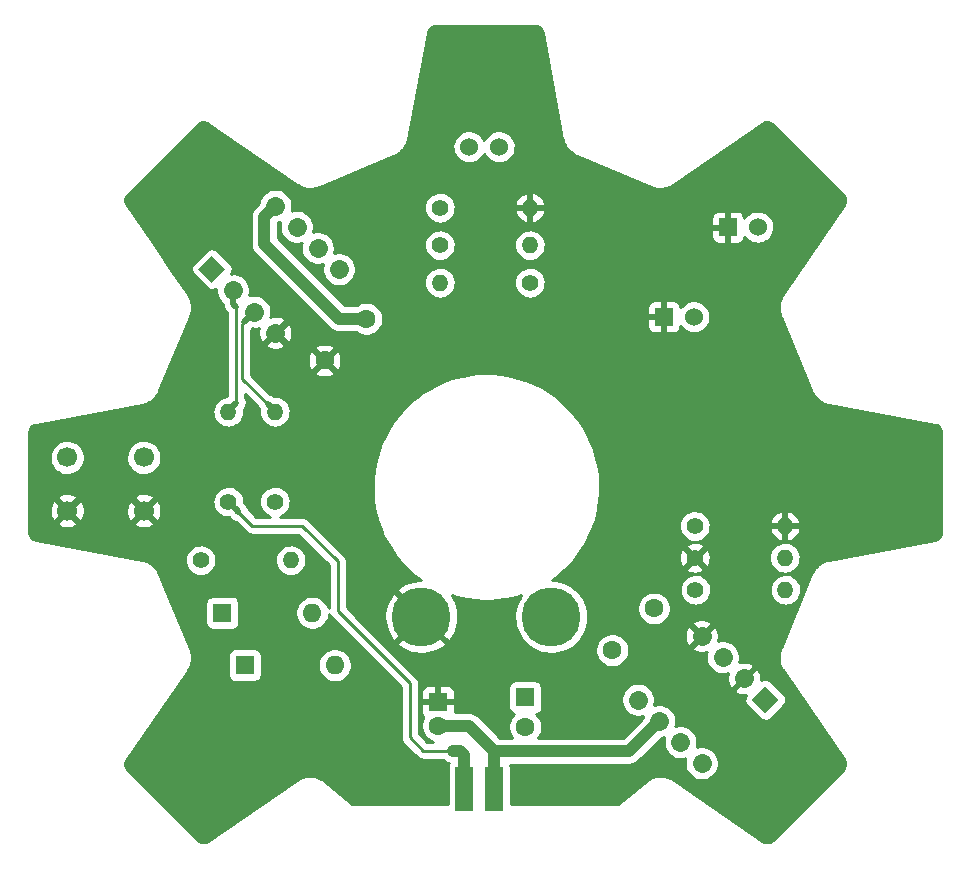
<source format=gbr>
G04 #@! TF.GenerationSoftware,KiCad,Pcbnew,5.99.0-unknown-d20d310~86~ubuntu18.04.1*
G04 #@! TF.CreationDate,2019-12-13T15:01:04+02:00*
G04 #@! TF.ProjectId,FOSDEM-MUSIC-BOX_RevA,464f5344-454d-42d4-9d55-5349432d424f,rev?*
G04 #@! TF.SameCoordinates,Original*
G04 #@! TF.FileFunction,Copper,L1,Top*
G04 #@! TF.FilePolarity,Positive*
%FSLAX46Y46*%
G04 Gerber Fmt 4.6, Leading zero omitted, Abs format (unit mm)*
G04 Created by KiCad (PCBNEW 5.99.0-unknown-d20d310~86~ubuntu18.04.1) date 2019-12-13 15:01:04*
%MOMM*%
%LPD*%
G04 APERTURE LIST*
%ADD10O,1.400000X1.400000*%
%ADD11C,1.400000*%
%ADD12R,1.524000X1.524000*%
%ADD13C,1.524000*%
%ADD14C,5.000000*%
%ADD15R,1.600000X1.600000*%
%ADD16C,1.600000*%
%ADD17C,1.700000*%
%ADD18C,1.600000*%
%ADD19R,1.524000X3.810000*%
%ADD20O,1.600000X1.600000*%
%ADD21C,0.250000*%
%ADD22C,0.508000*%
%ADD23C,1.016000*%
%ADD24C,0.254000*%
G04 APERTURE END LIST*
D10*
X215320000Y-78700000D03*
D11*
X207700000Y-78700000D03*
D12*
X210430000Y-48000000D03*
D13*
X212970000Y-48000000D03*
D12*
X205030000Y-55600000D03*
D13*
X207570000Y-55600000D03*
D14*
X184500000Y-81000000D03*
X195500000Y-81000000D03*
D15*
X193300000Y-87800000D03*
D16*
X193300000Y-90300000D03*
D15*
X185900000Y-88200000D03*
D16*
X185900000Y-90200000D03*
D17*
X154500000Y-67500000D03*
X161000000Y-67500000D03*
X154500000Y-72000000D03*
X161000000Y-72000000D03*
D10*
X193675000Y-46355000D03*
D11*
X186055000Y-46355000D03*
D10*
X193675000Y-49530000D03*
D11*
X186055000Y-49530000D03*
D10*
X168148000Y-63627000D03*
D11*
X168148000Y-71247000D03*
D10*
X173420000Y-76200000D03*
D11*
X165800000Y-76200000D03*
D10*
X215265000Y-73300000D03*
D11*
X207645000Y-73300000D03*
D10*
X172085000Y-63627000D03*
D11*
X172085000Y-71247000D03*
D10*
X186055000Y-52705000D03*
D11*
X193675000Y-52705000D03*
D10*
X215265000Y-76000000D03*
D11*
X207645000Y-76000000D03*
D18*
X172139154Y-46173846D02*
X172139154Y-46173846D01*
X172139154Y-56950154D02*
X172139154Y-56950154D01*
X173935205Y-47969898D02*
X173935205Y-47969898D01*
X170343102Y-55154102D02*
X170343102Y-55154102D01*
X175731256Y-49765949D02*
X175731256Y-49765949D01*
X168547051Y-53358051D02*
X168547051Y-53358051D01*
X177527307Y-51562000D02*
X177527307Y-51562000D01*
G04 #@! TA.AperFunction,ComponentPad*
G36*
X166751000Y-52693371D02*
G01*
X165619629Y-51562000D01*
X166751000Y-50430629D01*
X167882371Y-51562000D01*
X166751000Y-52693371D01*
G37*
G04 #@! TD.AperFunction*
X208225846Y-93399154D02*
X208225846Y-93399154D01*
X208225846Y-82622846D02*
X208225846Y-82622846D01*
X206429795Y-91603102D02*
X206429795Y-91603102D01*
X210021898Y-84418898D02*
X210021898Y-84418898D01*
X204633744Y-89807051D02*
X204633744Y-89807051D01*
X211817949Y-86214949D02*
X211817949Y-86214949D01*
X202837693Y-88011000D02*
X202837693Y-88011000D01*
G04 #@! TA.AperFunction,ComponentPad*
G36*
X213614000Y-86879629D02*
G01*
X214745371Y-88011000D01*
X213614000Y-89142371D01*
X212482629Y-88011000D01*
X213614000Y-86879629D01*
G37*
G04 #@! TD.AperFunction*
D19*
X190670000Y-95595000D03*
X188130000Y-95595000D03*
D13*
X191070000Y-41200000D03*
X188530000Y-41200000D03*
D20*
X175260000Y-80645000D03*
D15*
X167640000Y-80645000D03*
D20*
X177165000Y-85090000D03*
D15*
X169545000Y-85090000D03*
D16*
X176296466Y-59288534D03*
X179832000Y-55753000D03*
X204195534Y-80284466D03*
X200660000Y-83820000D03*
D21*
X170180000Y-73279000D02*
X169000000Y-72100000D01*
D22*
X168148000Y-71247000D02*
X168847999Y-71946999D01*
X168847999Y-71946999D02*
X168847999Y-71947999D01*
X168847999Y-71947999D02*
X169000000Y-72100000D01*
D21*
X177400000Y-76300000D02*
X174379000Y-73279000D01*
X177400000Y-80499000D02*
X177400000Y-76300000D01*
X183515000Y-86614000D02*
X177400000Y-80499000D01*
X183515000Y-91186000D02*
X183515000Y-86614000D01*
X187198000Y-92329000D02*
X184658000Y-92329000D01*
X184658000Y-92329000D02*
X183515000Y-91186000D01*
X174379000Y-73279000D02*
X170180000Y-73279000D01*
X169300000Y-60842000D02*
X171500000Y-63000000D01*
D22*
X172085000Y-63627000D02*
X172085000Y-63585000D01*
X172085000Y-63585000D02*
X171500000Y-63000000D01*
D21*
X168800000Y-62975000D02*
X168800000Y-62900000D01*
D22*
X168148000Y-63627000D02*
X168148000Y-63552000D01*
X168148000Y-63552000D02*
X168800000Y-62900000D01*
D21*
X169500000Y-56000000D02*
X169300000Y-56197204D01*
D22*
X169500000Y-55997204D02*
X169500000Y-56000000D01*
X170343102Y-55154102D02*
X169500000Y-55997204D01*
D21*
X168800000Y-54800000D02*
X168800000Y-62975000D01*
D22*
X168547051Y-53358051D02*
X168547051Y-54489421D01*
X168547051Y-54489421D02*
X168800000Y-54742370D01*
X168800000Y-54742370D02*
X168800000Y-54800000D01*
D21*
X169300000Y-56197204D02*
X169300000Y-60842000D01*
D23*
X190670000Y-95595000D02*
X190670000Y-92372000D01*
X188498000Y-90200000D02*
X185900000Y-90200000D01*
X190670000Y-92372000D02*
X188498000Y-90200000D01*
X202068795Y-92372000D02*
X204633744Y-89807051D01*
X190670000Y-92372000D02*
X202068795Y-92372000D01*
X171196000Y-49403000D02*
X177546000Y-55753000D01*
X172139154Y-46173846D02*
X171196000Y-47117000D01*
X177546000Y-55753000D02*
X179832000Y-55753000D01*
X171196000Y-47117000D02*
X171196000Y-49403000D01*
X187785000Y-92329000D02*
X187198000Y-92329000D01*
X188130000Y-92674000D02*
X187785000Y-92329000D01*
X188130000Y-95595000D02*
X188130000Y-92674000D01*
G36*
X194076853Y-30985139D02*
G01*
X194092799Y-30986659D01*
X194257710Y-31001376D01*
X194362013Y-31029911D01*
X194459615Y-31076465D01*
X194547434Y-31139569D01*
X194622686Y-31217225D01*
X194683003Y-31306985D01*
X194729739Y-31413452D01*
X194760495Y-31528641D01*
X194765360Y-31540048D01*
X196441153Y-40508657D01*
X196447682Y-40567458D01*
X196451785Y-40582942D01*
X196501723Y-40766934D01*
X196516313Y-40800754D01*
X196526098Y-40836680D01*
X196532546Y-40851343D01*
X196631168Y-41071976D01*
X196654079Y-41108309D01*
X196672560Y-41147520D01*
X196681456Y-41160840D01*
X196816895Y-41360996D01*
X196845762Y-41392792D01*
X196870774Y-41428203D01*
X196881849Y-41439777D01*
X197049983Y-41613369D01*
X197083940Y-41639676D01*
X197114717Y-41670201D01*
X197127632Y-41679675D01*
X197323359Y-41821435D01*
X197361358Y-41841441D01*
X197396978Y-41866163D01*
X197411342Y-41873250D01*
X197628708Y-41978868D01*
X197682055Y-41995960D01*
X203907172Y-44574489D01*
X203947629Y-44596947D01*
X203962629Y-44602567D01*
X204141580Y-44668354D01*
X204177613Y-44676036D01*
X204212566Y-44688851D01*
X204228255Y-44692080D01*
X204465255Y-44739374D01*
X204508148Y-44741723D01*
X204550806Y-44749348D01*
X204566817Y-44749806D01*
X204808431Y-44755226D01*
X204851076Y-44750092D01*
X204894429Y-44750194D01*
X204910276Y-44747861D01*
X205149152Y-44711244D01*
X205190258Y-44698783D01*
X205232961Y-44691357D01*
X205248165Y-44686309D01*
X205477057Y-44608767D01*
X205515378Y-44589355D01*
X205556143Y-44574626D01*
X205570237Y-44567016D01*
X205782188Y-44450903D01*
X205837579Y-44409367D01*
X213362194Y-39254023D01*
X213362838Y-39253792D01*
X213376951Y-39246209D01*
X213522319Y-39166952D01*
X213624928Y-39132817D01*
X213731965Y-39117393D01*
X213840032Y-39121167D01*
X213945725Y-39144019D01*
X214045704Y-39185226D01*
X214143665Y-39247876D01*
X214233168Y-39326643D01*
X214246906Y-39335633D01*
X220155870Y-45244598D01*
X220158309Y-45248649D01*
X220168510Y-45261000D01*
X220274713Y-45388018D01*
X220328290Y-45481949D01*
X220364387Y-45583885D01*
X220381863Y-45690602D01*
X220380165Y-45798719D01*
X220359344Y-45904842D01*
X220317106Y-46013177D01*
X220257404Y-46116375D01*
X220252782Y-46127873D01*
X215095988Y-53654598D01*
X215059019Y-53700801D01*
X215050971Y-53714651D01*
X214956180Y-53880066D01*
X214942581Y-53914298D01*
X214924097Y-53946620D01*
X214918287Y-53961547D01*
X214832013Y-54187299D01*
X214822524Y-54229187D01*
X214807867Y-54269976D01*
X214804737Y-54285687D01*
X214758975Y-54522989D01*
X214756903Y-54565889D01*
X214749552Y-54608603D01*
X214749197Y-54624617D01*
X214745338Y-54866267D01*
X214750748Y-54908882D01*
X214750925Y-54952219D01*
X214753358Y-54968051D01*
X214791518Y-55206695D01*
X214804244Y-55247718D01*
X214811946Y-55290372D01*
X214817091Y-55305542D01*
X214896110Y-55533932D01*
X214921748Y-55583745D01*
X217500270Y-61808848D01*
X217513003Y-61853351D01*
X217519637Y-61867930D01*
X217599652Y-62040979D01*
X217619698Y-62071888D01*
X217635354Y-62105669D01*
X217644165Y-62119048D01*
X217778307Y-62320071D01*
X217806971Y-62352057D01*
X217831748Y-62387620D01*
X217842747Y-62399265D01*
X218009761Y-62573944D01*
X218043545Y-62600467D01*
X218074127Y-62631194D01*
X218086982Y-62640751D01*
X218281786Y-62783770D01*
X218319661Y-62804023D01*
X218355109Y-62828969D01*
X218369428Y-62836150D01*
X218586114Y-62943172D01*
X218626928Y-62956539D01*
X218666171Y-62974951D01*
X218681520Y-62979537D01*
X218913498Y-63047306D01*
X218982041Y-63057104D01*
X227948127Y-64732431D01*
X227948750Y-64732725D01*
X227964085Y-64737340D01*
X228122920Y-64784088D01*
X228219608Y-64832506D01*
X228306198Y-64897283D01*
X228379950Y-64976373D01*
X228438527Y-65067265D01*
X228480084Y-65167098D01*
X228505055Y-65280675D01*
X228512644Y-65399653D01*
X228516000Y-65415716D01*
X228516001Y-73772263D01*
X228514861Y-73776853D01*
X228513341Y-73792800D01*
X228498624Y-73957708D01*
X228470088Y-74062012D01*
X228423534Y-74159617D01*
X228360431Y-74247434D01*
X228282775Y-74322687D01*
X228193016Y-74383002D01*
X228086548Y-74429739D01*
X227971358Y-74460496D01*
X227959954Y-74465360D01*
X218991352Y-76141153D01*
X218932542Y-76147682D01*
X218917058Y-76151785D01*
X218733065Y-76201724D01*
X218699242Y-76216315D01*
X218663316Y-76226099D01*
X218648653Y-76232547D01*
X218428024Y-76331169D01*
X218391696Y-76354076D01*
X218352474Y-76372563D01*
X218339154Y-76381460D01*
X218139005Y-76516894D01*
X218107200Y-76545768D01*
X218071796Y-76570776D01*
X218060223Y-76581850D01*
X217886631Y-76749983D01*
X217860321Y-76783943D01*
X217829799Y-76814717D01*
X217820325Y-76827632D01*
X217678563Y-77023361D01*
X217658555Y-77061366D01*
X217633837Y-77096977D01*
X217626750Y-77111342D01*
X217521132Y-77328708D01*
X217504042Y-77382046D01*
X214925512Y-83607170D01*
X214903053Y-83647629D01*
X214897433Y-83662629D01*
X214831646Y-83841580D01*
X214823964Y-83877612D01*
X214811148Y-83912568D01*
X214807919Y-83928257D01*
X214760627Y-84165254D01*
X214758278Y-84208142D01*
X214750652Y-84250806D01*
X214750194Y-84266819D01*
X214744774Y-84508431D01*
X214749908Y-84551076D01*
X214749806Y-84594429D01*
X214752139Y-84610276D01*
X214788756Y-84849152D01*
X214801217Y-84890258D01*
X214808643Y-84932961D01*
X214813691Y-84948165D01*
X214891233Y-85177057D01*
X214910645Y-85215378D01*
X214925374Y-85256143D01*
X214932984Y-85270237D01*
X215049097Y-85482188D01*
X215090633Y-85537579D01*
X220245977Y-93062194D01*
X220246208Y-93062838D01*
X220253791Y-93076951D01*
X220333048Y-93222319D01*
X220367183Y-93324928D01*
X220382607Y-93431965D01*
X220378833Y-93540032D01*
X220355982Y-93645722D01*
X220314771Y-93745709D01*
X220252124Y-93843666D01*
X220173357Y-93933168D01*
X220164370Y-93946901D01*
X214255403Y-99855869D01*
X214251345Y-99858312D01*
X214238995Y-99868514D01*
X214111982Y-99974713D01*
X214018051Y-100028290D01*
X213916115Y-100064387D01*
X213809398Y-100081863D01*
X213701281Y-100080165D01*
X213595158Y-100059344D01*
X213486823Y-100017106D01*
X213383625Y-99957404D01*
X213372127Y-99952782D01*
X205845397Y-94795985D01*
X205799203Y-94759023D01*
X205785353Y-94750973D01*
X205619936Y-94656180D01*
X205585697Y-94642579D01*
X205553380Y-94624097D01*
X205538453Y-94618287D01*
X205312701Y-94532013D01*
X205270813Y-94522524D01*
X205230024Y-94507867D01*
X205214313Y-94504737D01*
X204977011Y-94458975D01*
X204934111Y-94456903D01*
X204891397Y-94449552D01*
X204875383Y-94449197D01*
X204633733Y-94445338D01*
X204591118Y-94450748D01*
X204547783Y-94450925D01*
X204531950Y-94453357D01*
X204293305Y-94491518D01*
X204252282Y-94504244D01*
X204209628Y-94511946D01*
X204194458Y-94517091D01*
X203966069Y-94596110D01*
X203959458Y-94599512D01*
X203943066Y-94603559D01*
X203884308Y-94638192D01*
X203812659Y-94675070D01*
X203764592Y-94720740D01*
X201183355Y-96812201D01*
X201108321Y-96838162D01*
X200977757Y-96859039D01*
X200877863Y-96861097D01*
X200848018Y-96866000D01*
X192073837Y-96866000D01*
X192073837Y-93673412D01*
X192031123Y-93514000D01*
X202029191Y-93514000D01*
X202129001Y-93520804D01*
X202235691Y-93502184D01*
X202343201Y-93489174D01*
X202371494Y-93478482D01*
X202401291Y-93473283D01*
X202500445Y-93429756D01*
X202601762Y-93391472D01*
X202626694Y-93374337D01*
X202654693Y-93362046D01*
X202733340Y-93301041D01*
X202829556Y-93234914D01*
X202900194Y-93155631D01*
X204826671Y-91229155D01*
X205006308Y-91197480D01*
X205058284Y-91178562D01*
X205039366Y-91230538D01*
X204995795Y-91477643D01*
X204995795Y-91728561D01*
X205039366Y-91975666D01*
X205125186Y-92211451D01*
X205250645Y-92428753D01*
X205411931Y-92620966D01*
X205604144Y-92782252D01*
X205821446Y-92907711D01*
X206057231Y-92993531D01*
X206304336Y-93037102D01*
X206555254Y-93037102D01*
X206802359Y-92993531D01*
X206854335Y-92974613D01*
X206835417Y-93026590D01*
X206791846Y-93273695D01*
X206791846Y-93524613D01*
X206835417Y-93771718D01*
X206921237Y-94007503D01*
X207046696Y-94224805D01*
X207207982Y-94417018D01*
X207400195Y-94578304D01*
X207617497Y-94703763D01*
X207853282Y-94789583D01*
X208100387Y-94833154D01*
X208351305Y-94833154D01*
X208598410Y-94789583D01*
X208834195Y-94703763D01*
X209051497Y-94578304D01*
X209243710Y-94417018D01*
X209404996Y-94224805D01*
X209530455Y-94007503D01*
X209616275Y-93771718D01*
X209659846Y-93524613D01*
X209659846Y-93273695D01*
X209616275Y-93026590D01*
X209530455Y-92790805D01*
X209404996Y-92573503D01*
X209243710Y-92381290D01*
X209051497Y-92220004D01*
X208834195Y-92094545D01*
X208598410Y-92008725D01*
X208351305Y-91965154D01*
X208100387Y-91965154D01*
X207853282Y-92008725D01*
X207801306Y-92027643D01*
X207820224Y-91975666D01*
X207863795Y-91728561D01*
X207863795Y-91477643D01*
X207820224Y-91230538D01*
X207734404Y-90994753D01*
X207608945Y-90777451D01*
X207447659Y-90585238D01*
X207255446Y-90423952D01*
X207038144Y-90298493D01*
X206802359Y-90212673D01*
X206555254Y-90169102D01*
X206304336Y-90169102D01*
X206057231Y-90212673D01*
X206005255Y-90231591D01*
X206024173Y-90179615D01*
X206067744Y-89932510D01*
X206067744Y-89681592D01*
X206024173Y-89434487D01*
X205938353Y-89198702D01*
X205812894Y-88981400D01*
X205651608Y-88789187D01*
X205459395Y-88627901D01*
X205242093Y-88502442D01*
X205006308Y-88416622D01*
X204759203Y-88373051D01*
X204508285Y-88373051D01*
X204261180Y-88416622D01*
X204209204Y-88435540D01*
X204228122Y-88383564D01*
X204271693Y-88136459D01*
X204271693Y-87885541D01*
X204228122Y-87638436D01*
X204142302Y-87402651D01*
X204100916Y-87330967D01*
X210882950Y-87330967D01*
X211209600Y-87519558D01*
X211445385Y-87605378D01*
X211692490Y-87648949D01*
X211943408Y-87648949D01*
X211973933Y-87643567D01*
X211861283Y-87838683D01*
X211841298Y-88067109D01*
X211899166Y-88283073D01*
X212020987Y-88457053D01*
X213171882Y-89607948D01*
X213441683Y-89763717D01*
X213670109Y-89783702D01*
X213886073Y-89725834D01*
X214060053Y-89604013D01*
X215210948Y-88453118D01*
X215366717Y-88183317D01*
X215386702Y-87954891D01*
X215328834Y-87738927D01*
X215207013Y-87564947D01*
X214056118Y-86414052D01*
X213786317Y-86258283D01*
X213557891Y-86238298D01*
X213341927Y-86296166D01*
X213248175Y-86361811D01*
X213251949Y-86340408D01*
X213251949Y-86089490D01*
X213208378Y-85842385D01*
X213122558Y-85606600D01*
X212933967Y-85279950D01*
X210882950Y-87330967D01*
X204100916Y-87330967D01*
X204016843Y-87185349D01*
X203855557Y-86993136D01*
X203663344Y-86831850D01*
X203446042Y-86706391D01*
X203210257Y-86620571D01*
X202963152Y-86577000D01*
X202712234Y-86577000D01*
X202465129Y-86620571D01*
X202229344Y-86706391D01*
X202012042Y-86831850D01*
X201819829Y-86993136D01*
X201658543Y-87185349D01*
X201533084Y-87402651D01*
X201447264Y-87638436D01*
X201403693Y-87885541D01*
X201403693Y-88136459D01*
X201447264Y-88383564D01*
X201533084Y-88619349D01*
X201658543Y-88836651D01*
X201819829Y-89028864D01*
X202012042Y-89190150D01*
X202229344Y-89315609D01*
X202465129Y-89401429D01*
X202712234Y-89445000D01*
X202963152Y-89445000D01*
X203210257Y-89401429D01*
X203262233Y-89382511D01*
X203243315Y-89434487D01*
X203211640Y-89614124D01*
X201595765Y-91230000D01*
X194391591Y-91230000D01*
X194479150Y-91125651D01*
X194604609Y-90908349D01*
X194690429Y-90672564D01*
X194734000Y-90425459D01*
X194734000Y-90174541D01*
X194690429Y-89927436D01*
X194604609Y-89691651D01*
X194479150Y-89474349D01*
X194317864Y-89282136D01*
X194232745Y-89210713D01*
X194417512Y-89161205D01*
X194593165Y-89013815D01*
X194704956Y-88820186D01*
X194741837Y-88611024D01*
X194741837Y-86983412D01*
X194661205Y-86682489D01*
X194513815Y-86506835D01*
X194320186Y-86395044D01*
X194111024Y-86358163D01*
X192483412Y-86358163D01*
X192182489Y-86438795D01*
X192006835Y-86586185D01*
X191895044Y-86779814D01*
X191858163Y-86988976D01*
X191858163Y-88616588D01*
X191938795Y-88917512D01*
X192086185Y-89093165D01*
X192279814Y-89204956D01*
X192357740Y-89218697D01*
X192282136Y-89282136D01*
X192120850Y-89474349D01*
X191995391Y-89691651D01*
X191909571Y-89927436D01*
X191866000Y-90174541D01*
X191866000Y-90425459D01*
X191909571Y-90672564D01*
X191995391Y-90908349D01*
X192120850Y-91125651D01*
X192208409Y-91230000D01*
X191143031Y-91230000D01*
X189333534Y-89420504D01*
X189267756Y-89345101D01*
X189179129Y-89282812D01*
X189093928Y-89216006D01*
X189066369Y-89203563D01*
X189041614Y-89186165D01*
X188940708Y-89146823D01*
X188842011Y-89102260D01*
X188812269Y-89096748D01*
X188783777Y-89085639D01*
X188685007Y-89073161D01*
X188570232Y-89051889D01*
X188464250Y-89058000D01*
X187333554Y-89058000D01*
X187341837Y-89011024D01*
X187341837Y-88328000D01*
X184458163Y-88328000D01*
X184458163Y-89016588D01*
X184538795Y-89317512D01*
X184666083Y-89469208D01*
X184595391Y-89591651D01*
X184509571Y-89827436D01*
X184466000Y-90074541D01*
X184466000Y-90325459D01*
X184509571Y-90572564D01*
X184595391Y-90808349D01*
X184720850Y-91025651D01*
X184882136Y-91217864D01*
X185074349Y-91379150D01*
X185291651Y-91504609D01*
X185471309Y-91570000D01*
X184972388Y-91570000D01*
X184274000Y-90871613D01*
X184274000Y-87388976D01*
X184458163Y-87388976D01*
X184458163Y-88072000D01*
X185772000Y-88072000D01*
X185772000Y-86758163D01*
X186028000Y-86758163D01*
X186028000Y-88072000D01*
X187341837Y-88072000D01*
X187341837Y-87383412D01*
X187261205Y-87082489D01*
X187113815Y-86906835D01*
X186920186Y-86795044D01*
X186711024Y-86758163D01*
X186028000Y-86758163D01*
X185772000Y-86758163D01*
X185083412Y-86758163D01*
X184782489Y-86838795D01*
X184606835Y-86986185D01*
X184495044Y-87179814D01*
X184458163Y-87388976D01*
X184274000Y-87388976D01*
X184274000Y-86553756D01*
X184273999Y-86553750D01*
X184273999Y-86493786D01*
X184255312Y-86436275D01*
X184245850Y-86376532D01*
X184218391Y-86322642D01*
X184199703Y-86265125D01*
X184164154Y-86216196D01*
X184136698Y-86162310D01*
X183980801Y-86006414D01*
X181283735Y-83309348D01*
X182371672Y-83309348D01*
X182668086Y-83549379D01*
X182973244Y-83743038D01*
X183298640Y-83900341D01*
X183639958Y-84019201D01*
X183992676Y-84098042D01*
X184352119Y-84135821D01*
X184713521Y-84132037D01*
X185072093Y-84086738D01*
X185423083Y-84000527D01*
X185761837Y-83874545D01*
X186083867Y-83710463D01*
X186384903Y-83510455D01*
X186625833Y-83306853D01*
X184500000Y-81181019D01*
X182371672Y-83309348D01*
X181283735Y-83309348D01*
X179056565Y-81082178D01*
X181361770Y-81082178D01*
X181392013Y-81442332D01*
X181463450Y-81796624D01*
X181575136Y-82140357D01*
X181725589Y-82468975D01*
X181912816Y-82778123D01*
X182187167Y-83131813D01*
X184318981Y-81000000D01*
X182194658Y-78875678D01*
X182029569Y-79062935D01*
X181823301Y-79359717D01*
X181652511Y-79678239D01*
X181519463Y-80014281D01*
X181425920Y-80363388D01*
X181373122Y-80720934D01*
X181361770Y-81082178D01*
X179056565Y-81082178D01*
X178159000Y-80184614D01*
X178159000Y-76239756D01*
X178158999Y-76239750D01*
X178158999Y-76179786D01*
X178140312Y-76122275D01*
X178130850Y-76062532D01*
X178103391Y-76008642D01*
X178084703Y-75951125D01*
X178049154Y-75902196D01*
X178021698Y-75848310D01*
X177865801Y-75692414D01*
X175001047Y-72827661D01*
X175001045Y-72827657D01*
X174830690Y-72657303D01*
X174776801Y-72629844D01*
X174727873Y-72594296D01*
X174670359Y-72575610D01*
X174616468Y-72548150D01*
X174556726Y-72538688D01*
X174499213Y-72520001D01*
X174439250Y-72520001D01*
X174439244Y-72520000D01*
X172486510Y-72520000D01*
X172558438Y-72499917D01*
X172772828Y-72396277D01*
X172965477Y-72256309D01*
X173130295Y-72084440D01*
X173262072Y-71886098D01*
X173356644Y-71667557D01*
X173411401Y-71434101D01*
X173419375Y-71129575D01*
X173376911Y-70893573D01*
X173293907Y-70670381D01*
X173172690Y-70465415D01*
X173017094Y-70285154D01*
X172832034Y-70135296D01*
X172623362Y-70020577D01*
X172397673Y-69944624D01*
X172162100Y-69909838D01*
X171924090Y-69917317D01*
X171691168Y-69966827D01*
X171470693Y-70056801D01*
X171269635Y-70184396D01*
X171094351Y-70345578D01*
X170950379Y-70535254D01*
X170842272Y-70747427D01*
X170773445Y-70975390D01*
X170746077Y-71211939D01*
X170761029Y-71449596D01*
X170817829Y-71680850D01*
X170914684Y-71898389D01*
X171048532Y-72095339D01*
X171215140Y-72265475D01*
X171409245Y-72403417D01*
X171624708Y-72504807D01*
X171681410Y-72520000D01*
X170494200Y-72520000D01*
X169870987Y-71897316D01*
X169791977Y-71678458D01*
X169671601Y-71515780D01*
X169522451Y-71366631D01*
X169519601Y-71362779D01*
X169499775Y-71342954D01*
X169477466Y-71317063D01*
X169482375Y-71129575D01*
X169439911Y-70893573D01*
X169356907Y-70670381D01*
X169235690Y-70465415D01*
X169080094Y-70285154D01*
X168895034Y-70135296D01*
X168686362Y-70020577D01*
X168460673Y-69944624D01*
X168225100Y-69909838D01*
X167987090Y-69917317D01*
X167754168Y-69966827D01*
X167533693Y-70056801D01*
X167332635Y-70184396D01*
X167157351Y-70345578D01*
X167013379Y-70535254D01*
X166905272Y-70747427D01*
X166836445Y-70975390D01*
X166809077Y-71211939D01*
X166824029Y-71449596D01*
X166880829Y-71680850D01*
X166977684Y-71898389D01*
X167111532Y-72095339D01*
X167278140Y-72265475D01*
X167472245Y-72403417D01*
X167687708Y-72504807D01*
X167917721Y-72566438D01*
X168155013Y-72586364D01*
X168220464Y-72580177D01*
X168258256Y-72624036D01*
X168286564Y-72642384D01*
X168417123Y-72772944D01*
X168569181Y-72886906D01*
X168800532Y-72973633D01*
X169643315Y-73815703D01*
X169728310Y-73900698D01*
X169782341Y-73928228D01*
X169831415Y-73963851D01*
X169888787Y-73982465D01*
X169942532Y-74009850D01*
X170002430Y-74019337D01*
X170060108Y-74038050D01*
X170179142Y-74038000D01*
X174064614Y-74038000D01*
X176641001Y-76614388D01*
X176641000Y-80246531D01*
X176564609Y-80036651D01*
X176439150Y-79819349D01*
X176277864Y-79627136D01*
X176085651Y-79465850D01*
X175868349Y-79340391D01*
X175632564Y-79254571D01*
X175385459Y-79211000D01*
X175134541Y-79211000D01*
X174887436Y-79254571D01*
X174651651Y-79340391D01*
X174434349Y-79465850D01*
X174242136Y-79627136D01*
X174080850Y-79819349D01*
X173955391Y-80036651D01*
X173869571Y-80272436D01*
X173826000Y-80519541D01*
X173826000Y-80770459D01*
X173869571Y-81017564D01*
X173955391Y-81253349D01*
X174080850Y-81470651D01*
X174242136Y-81662864D01*
X174434349Y-81824150D01*
X174651651Y-81949609D01*
X174887436Y-82035429D01*
X175134541Y-82079000D01*
X175385459Y-82079000D01*
X175632564Y-82035429D01*
X175868349Y-81949609D01*
X176085651Y-81824150D01*
X176277864Y-81662864D01*
X176439150Y-81470651D01*
X176564609Y-81253349D01*
X176650429Y-81017564D01*
X176692064Y-80781437D01*
X176696609Y-80790357D01*
X176715297Y-80847874D01*
X176750846Y-80896803D01*
X176778302Y-80950689D01*
X176948657Y-81121045D01*
X176948661Y-81121047D01*
X182756001Y-86928388D01*
X182756000Y-91246243D01*
X182756001Y-91246249D01*
X182756001Y-91306213D01*
X182774688Y-91363724D01*
X182784150Y-91423467D01*
X182811609Y-91477357D01*
X182830297Y-91534874D01*
X182865846Y-91583803D01*
X182893302Y-91637689D01*
X183063657Y-91808045D01*
X183063661Y-91808047D01*
X184050414Y-92794801D01*
X184206310Y-92950698D01*
X184260196Y-92978154D01*
X184309125Y-93013703D01*
X184366642Y-93032391D01*
X184420532Y-93059850D01*
X184480275Y-93069312D01*
X184537786Y-93087999D01*
X184597750Y-93087999D01*
X184597756Y-93088000D01*
X186344585Y-93088000D01*
X186428245Y-93183899D01*
X186654386Y-93342835D01*
X186802921Y-93400746D01*
X186763044Y-93469814D01*
X186726163Y-93678976D01*
X186726163Y-96866000D01*
X178967524Y-96866000D01*
X178952874Y-96862853D01*
X178936888Y-96861841D01*
X178760410Y-96851746D01*
X178631723Y-96821387D01*
X178624556Y-96818610D01*
X176043085Y-94726961D01*
X176003627Y-94687029D01*
X175933026Y-94647826D01*
X175863786Y-94606442D01*
X175853847Y-94603859D01*
X175852447Y-94603082D01*
X175837445Y-94597461D01*
X175658839Y-94531773D01*
X175622858Y-94524097D01*
X175587938Y-94511284D01*
X175572249Y-94508050D01*
X175335261Y-94460695D01*
X175292374Y-94458334D01*
X175249703Y-94450695D01*
X175233691Y-94450235D01*
X174992082Y-94444753D01*
X174949441Y-94449875D01*
X174906093Y-94449762D01*
X174890245Y-94452089D01*
X174651355Y-94488643D01*
X174610249Y-94501094D01*
X174567539Y-94508509D01*
X174552335Y-94513553D01*
X174323420Y-94591037D01*
X174285098Y-94610437D01*
X174244334Y-94625153D01*
X174230237Y-94632758D01*
X174018251Y-94748817D01*
X173962850Y-94790338D01*
X166437807Y-99945977D01*
X166437155Y-99946211D01*
X166423045Y-99953794D01*
X166277680Y-100033049D01*
X166175070Y-100067183D01*
X166068034Y-100082607D01*
X165959968Y-100078833D01*
X165854278Y-100055982D01*
X165754291Y-100014771D01*
X165656334Y-99952124D01*
X165566832Y-99873357D01*
X165553099Y-99864370D01*
X159644131Y-93955403D01*
X159641688Y-93951345D01*
X159631486Y-93938995D01*
X159525287Y-93811982D01*
X159471710Y-93718051D01*
X159435613Y-93616115D01*
X159418137Y-93509398D01*
X159419835Y-93401281D01*
X159440656Y-93295161D01*
X159482894Y-93186822D01*
X159542595Y-93083625D01*
X159547219Y-93072122D01*
X164704014Y-85545398D01*
X164740981Y-85499199D01*
X164749029Y-85485349D01*
X164843820Y-85319934D01*
X164857419Y-85285702D01*
X164875903Y-85253380D01*
X164881713Y-85238453D01*
X164967987Y-85012701D01*
X164977476Y-84970813D01*
X164992133Y-84930024D01*
X164995263Y-84914313D01*
X165041025Y-84677011D01*
X165043097Y-84634111D01*
X165050448Y-84591397D01*
X165050803Y-84575383D01*
X165054662Y-84333733D01*
X165049252Y-84291118D01*
X165049203Y-84278976D01*
X168103163Y-84278976D01*
X168103163Y-85906588D01*
X168183795Y-86207512D01*
X168331185Y-86383165D01*
X168524814Y-86494956D01*
X168733976Y-86531837D01*
X170361588Y-86531837D01*
X170662512Y-86451205D01*
X170838165Y-86303815D01*
X170949956Y-86110186D01*
X170986837Y-85901024D01*
X170986837Y-84964541D01*
X175731000Y-84964541D01*
X175731000Y-85215459D01*
X175774571Y-85462564D01*
X175860391Y-85698349D01*
X175985850Y-85915651D01*
X176147136Y-86107864D01*
X176339349Y-86269150D01*
X176556651Y-86394609D01*
X176792436Y-86480429D01*
X177039541Y-86524000D01*
X177290459Y-86524000D01*
X177537564Y-86480429D01*
X177773349Y-86394609D01*
X177990651Y-86269150D01*
X178182864Y-86107864D01*
X178344150Y-85915651D01*
X178469609Y-85698349D01*
X178555429Y-85462564D01*
X178599000Y-85215459D01*
X178599000Y-84964541D01*
X178555429Y-84717436D01*
X178469609Y-84481651D01*
X178344150Y-84264349D01*
X178182864Y-84072136D01*
X177990651Y-83910850D01*
X177773349Y-83785391D01*
X177537564Y-83699571D01*
X177290459Y-83656000D01*
X177039541Y-83656000D01*
X176792436Y-83699571D01*
X176556651Y-83785391D01*
X176339349Y-83910850D01*
X176147136Y-84072136D01*
X175985850Y-84264349D01*
X175860391Y-84481651D01*
X175774571Y-84717436D01*
X175731000Y-84964541D01*
X170986837Y-84964541D01*
X170986837Y-84273412D01*
X170906205Y-83972489D01*
X170758815Y-83796835D01*
X170565186Y-83685044D01*
X170356024Y-83648163D01*
X168728412Y-83648163D01*
X168427489Y-83728795D01*
X168251835Y-83876185D01*
X168140044Y-84069814D01*
X168103163Y-84278976D01*
X165049203Y-84278976D01*
X165049075Y-84247783D01*
X165046643Y-84231950D01*
X165008482Y-83993305D01*
X164995756Y-83952282D01*
X164988054Y-83909628D01*
X164982909Y-83894458D01*
X164903890Y-83666068D01*
X164878254Y-83616259D01*
X163311580Y-79833976D01*
X166198163Y-79833976D01*
X166198163Y-81461588D01*
X166278795Y-81762512D01*
X166426185Y-81938165D01*
X166619814Y-82049956D01*
X166828976Y-82086837D01*
X168456588Y-82086837D01*
X168757512Y-82006205D01*
X168933165Y-81858815D01*
X169044956Y-81665186D01*
X169081837Y-81456024D01*
X169081837Y-79828412D01*
X169001205Y-79527489D01*
X168853815Y-79351835D01*
X168660186Y-79240044D01*
X168451024Y-79203163D01*
X166823412Y-79203163D01*
X166522489Y-79283795D01*
X166346835Y-79431185D01*
X166235044Y-79624814D01*
X166198163Y-79833976D01*
X163311580Y-79833976D01*
X162299730Y-77391156D01*
X162286998Y-77346650D01*
X162280363Y-77332070D01*
X162200348Y-77159022D01*
X162180301Y-77128111D01*
X162164647Y-77094331D01*
X162155835Y-77080952D01*
X162021692Y-76879928D01*
X161993025Y-76847939D01*
X161968248Y-76812375D01*
X161957247Y-76800730D01*
X161790239Y-76626056D01*
X161756455Y-76599533D01*
X161725873Y-76568806D01*
X161713018Y-76559249D01*
X161518215Y-76416230D01*
X161480342Y-76395979D01*
X161444892Y-76371031D01*
X161430573Y-76363850D01*
X161213886Y-76256828D01*
X161173068Y-76243459D01*
X161133828Y-76225049D01*
X161118480Y-76220463D01*
X160928419Y-76164939D01*
X164461077Y-76164939D01*
X164476029Y-76402596D01*
X164532829Y-76633850D01*
X164629684Y-76851389D01*
X164763532Y-77048339D01*
X164930140Y-77218475D01*
X165124245Y-77356417D01*
X165339708Y-77457807D01*
X165569721Y-77519438D01*
X165807013Y-77539364D01*
X166044083Y-77516955D01*
X166273438Y-77452917D01*
X166487828Y-77349277D01*
X166680477Y-77209309D01*
X166845295Y-77037440D01*
X166977072Y-76839098D01*
X167071644Y-76620557D01*
X167126401Y-76387101D01*
X167132218Y-76164939D01*
X172081077Y-76164939D01*
X172096029Y-76402596D01*
X172152829Y-76633850D01*
X172249684Y-76851389D01*
X172383532Y-77048339D01*
X172550140Y-77218475D01*
X172744245Y-77356417D01*
X172959708Y-77457807D01*
X173189721Y-77519438D01*
X173427013Y-77539364D01*
X173664083Y-77516955D01*
X173893438Y-77452917D01*
X174107828Y-77349277D01*
X174300477Y-77209309D01*
X174465295Y-77037440D01*
X174597072Y-76839098D01*
X174691644Y-76620557D01*
X174746401Y-76387101D01*
X174754375Y-76082575D01*
X174711911Y-75846573D01*
X174628907Y-75623381D01*
X174507690Y-75418415D01*
X174352094Y-75238154D01*
X174167034Y-75088296D01*
X173958362Y-74973577D01*
X173732673Y-74897624D01*
X173497100Y-74862838D01*
X173259090Y-74870317D01*
X173026168Y-74919827D01*
X172805693Y-75009801D01*
X172604635Y-75137396D01*
X172429351Y-75298578D01*
X172285379Y-75488254D01*
X172177272Y-75700427D01*
X172108445Y-75928390D01*
X172081077Y-76164939D01*
X167132218Y-76164939D01*
X167134375Y-76082575D01*
X167091911Y-75846573D01*
X167008907Y-75623381D01*
X166887690Y-75418415D01*
X166732094Y-75238154D01*
X166547034Y-75088296D01*
X166338362Y-74973577D01*
X166112673Y-74897624D01*
X165877100Y-74862838D01*
X165639090Y-74870317D01*
X165406168Y-74919827D01*
X165185693Y-75009801D01*
X164984635Y-75137396D01*
X164809351Y-75298578D01*
X164665379Y-75488254D01*
X164557272Y-75700427D01*
X164488445Y-75928390D01*
X164461077Y-76164939D01*
X160928419Y-76164939D01*
X160886503Y-76152694D01*
X160817980Y-76142899D01*
X151851881Y-74467571D01*
X151851257Y-74467277D01*
X151835915Y-74462660D01*
X151677080Y-74415912D01*
X151580388Y-74367492D01*
X151493799Y-74302716D01*
X151420054Y-74223633D01*
X151361474Y-74132735D01*
X151319916Y-74032899D01*
X151294945Y-73919323D01*
X151287356Y-73800347D01*
X151284000Y-73784284D01*
X151284000Y-73137231D01*
X153543788Y-73137231D01*
X153701960Y-73257509D01*
X153925246Y-73373992D01*
X154164966Y-73451190D01*
X154414266Y-73486892D01*
X154666017Y-73480080D01*
X154913022Y-73430948D01*
X155148216Y-73340901D01*
X155469497Y-73150516D01*
X155456212Y-73137231D01*
X160043788Y-73137231D01*
X160201960Y-73257509D01*
X160425246Y-73373992D01*
X160664966Y-73451190D01*
X160914266Y-73486892D01*
X161166017Y-73480080D01*
X161413022Y-73430948D01*
X161648216Y-73340901D01*
X161969497Y-73150516D01*
X161000000Y-72181019D01*
X160043788Y-73137231D01*
X155456212Y-73137231D01*
X154500000Y-72181019D01*
X153543788Y-73137231D01*
X151284000Y-73137231D01*
X151284000Y-71984404D01*
X153010720Y-71984404D01*
X153029384Y-72235554D01*
X153090097Y-72479970D01*
X153191123Y-72710662D01*
X153356712Y-72962269D01*
X154318981Y-72000000D01*
X154681019Y-72000000D01*
X155651807Y-72970788D01*
X155845393Y-72638840D01*
X155933796Y-72403022D01*
X155981318Y-72155082D01*
X155983104Y-71984404D01*
X159510720Y-71984404D01*
X159529384Y-72235554D01*
X159590097Y-72479970D01*
X159691123Y-72710662D01*
X159856712Y-72962269D01*
X160818981Y-72000000D01*
X161181019Y-72000000D01*
X162151807Y-72970788D01*
X162345393Y-72638840D01*
X162433796Y-72403022D01*
X162481318Y-72155082D01*
X162484240Y-71875974D01*
X162441922Y-71627094D01*
X162358477Y-71389476D01*
X162236187Y-71169314D01*
X162136235Y-71044784D01*
X161181019Y-72000000D01*
X160818981Y-72000000D01*
X159859118Y-71040137D01*
X159706293Y-71262083D01*
X159600457Y-71490609D01*
X159534639Y-71733699D01*
X159510720Y-71984404D01*
X155983104Y-71984404D01*
X155984240Y-71875974D01*
X155941922Y-71627094D01*
X155858477Y-71389476D01*
X155736187Y-71169314D01*
X155636235Y-71044784D01*
X154681019Y-72000000D01*
X154318981Y-72000000D01*
X153359118Y-71040137D01*
X153206293Y-71262083D01*
X153100457Y-71490609D01*
X153034639Y-71733699D01*
X153010720Y-71984404D01*
X151284000Y-71984404D01*
X151284000Y-70861443D01*
X153542462Y-70861443D01*
X154500000Y-71818981D01*
X155457538Y-70861443D01*
X160042462Y-70861443D01*
X161000000Y-71818981D01*
X161965969Y-70853012D01*
X161676157Y-70672969D01*
X161442899Y-70578016D01*
X161196977Y-70523721D01*
X160945424Y-70511638D01*
X160695431Y-70542113D01*
X160454147Y-70614272D01*
X160228470Y-70726053D01*
X160042462Y-70861443D01*
X155457538Y-70861443D01*
X155465969Y-70853012D01*
X155176157Y-70672969D01*
X154942899Y-70578016D01*
X154696977Y-70523721D01*
X154445424Y-70511638D01*
X154195431Y-70542113D01*
X153954147Y-70614272D01*
X153728470Y-70726053D01*
X153542462Y-70861443D01*
X151284000Y-70861443D01*
X151284000Y-69899062D01*
X180361475Y-69899062D01*
X180375052Y-70521268D01*
X180428752Y-71141303D01*
X180522353Y-71756578D01*
X180655464Y-72364531D01*
X180827531Y-72962627D01*
X181037834Y-73548372D01*
X181285500Y-74119325D01*
X181569493Y-74673106D01*
X181888632Y-75207406D01*
X182241586Y-75719997D01*
X182626882Y-76208742D01*
X183042915Y-76671605D01*
X183487949Y-77106655D01*
X183960132Y-77512081D01*
X184430722Y-77866051D01*
X184188205Y-77876216D01*
X183831233Y-77932755D01*
X183483124Y-78029948D01*
X183148494Y-78166508D01*
X182831778Y-78340624D01*
X182537172Y-78549989D01*
X182376068Y-78695049D01*
X184410905Y-80729885D01*
X186804907Y-83123887D01*
X186908368Y-83013705D01*
X187123856Y-82723551D01*
X187304567Y-82410550D01*
X187448104Y-82078853D01*
X187552567Y-81732857D01*
X187616921Y-81375190D01*
X187634329Y-80821263D01*
X187592560Y-80460262D01*
X187510029Y-80108389D01*
X187387601Y-79768333D01*
X187226900Y-79444604D01*
X187049713Y-79171759D01*
X187246234Y-79237323D01*
X187848080Y-79395776D01*
X188458897Y-79515059D01*
X189076138Y-79594677D01*
X189697230Y-79634298D01*
X190319585Y-79633754D01*
X190940607Y-79593050D01*
X191557708Y-79512356D01*
X192168316Y-79392006D01*
X192769883Y-79232503D01*
X192954858Y-79170431D01*
X192823301Y-79359717D01*
X192652511Y-79678239D01*
X192519463Y-80014281D01*
X192425920Y-80363388D01*
X192373122Y-80720934D01*
X192361770Y-81082178D01*
X192392013Y-81442332D01*
X192463450Y-81796624D01*
X192575136Y-82140357D01*
X192725589Y-82468975D01*
X192912816Y-82778123D01*
X193134333Y-83063702D01*
X193387208Y-83321928D01*
X193668086Y-83549378D01*
X193973244Y-83743038D01*
X194298640Y-83900341D01*
X194639958Y-84019201D01*
X194992676Y-84098042D01*
X195352119Y-84135821D01*
X195713521Y-84132037D01*
X196072093Y-84086738D01*
X196423083Y-84000527D01*
X196761837Y-83874545D01*
X197083867Y-83710463D01*
X197107831Y-83694541D01*
X199226000Y-83694541D01*
X199226000Y-83945459D01*
X199269571Y-84192564D01*
X199355391Y-84428349D01*
X199480850Y-84645651D01*
X199642136Y-84837864D01*
X199834349Y-84999150D01*
X200051651Y-85124609D01*
X200287436Y-85210429D01*
X200534541Y-85254000D01*
X200785459Y-85254000D01*
X201032564Y-85210429D01*
X201268349Y-85124609D01*
X201485651Y-84999150D01*
X201677864Y-84837864D01*
X201839150Y-84645651D01*
X201964609Y-84428349D01*
X202050429Y-84192564D01*
X202094000Y-83945459D01*
X202094000Y-83738864D01*
X207290847Y-83738864D01*
X207617497Y-83927455D01*
X207853282Y-84013275D01*
X208100387Y-84056846D01*
X208351305Y-84056846D01*
X208598410Y-84013275D01*
X208650388Y-83994356D01*
X208631469Y-84046334D01*
X208587898Y-84293439D01*
X208587898Y-84544357D01*
X208631469Y-84791462D01*
X208717289Y-85027247D01*
X208842748Y-85244549D01*
X209004034Y-85436762D01*
X209196247Y-85598048D01*
X209413549Y-85723507D01*
X209649334Y-85809327D01*
X209896439Y-85852898D01*
X210147357Y-85852898D01*
X210394462Y-85809327D01*
X210446438Y-85790409D01*
X210427520Y-85842385D01*
X210383949Y-86089490D01*
X210383949Y-86340408D01*
X210427520Y-86587513D01*
X210513340Y-86823298D01*
X210701931Y-87149948D01*
X212752948Y-85098931D01*
X212426298Y-84910340D01*
X212190513Y-84824520D01*
X211943408Y-84780949D01*
X211692490Y-84780949D01*
X211445385Y-84824520D01*
X211393409Y-84843438D01*
X211412327Y-84791462D01*
X211455898Y-84544357D01*
X211455898Y-84293439D01*
X211412327Y-84046334D01*
X211326507Y-83810549D01*
X211201048Y-83593247D01*
X211039762Y-83401034D01*
X210847549Y-83239748D01*
X210630247Y-83114289D01*
X210394462Y-83028469D01*
X210147357Y-82984898D01*
X209896439Y-82984898D01*
X209649334Y-83028469D01*
X209597356Y-83047388D01*
X209616275Y-82995410D01*
X209659846Y-82748305D01*
X209659846Y-82497387D01*
X209616275Y-82250282D01*
X209530455Y-82014497D01*
X209341864Y-81687847D01*
X207290847Y-83738864D01*
X202094000Y-83738864D01*
X202094000Y-83694541D01*
X202050429Y-83447436D01*
X201964609Y-83211651D01*
X201839150Y-82994349D01*
X201677864Y-82802136D01*
X201485651Y-82640850D01*
X201268349Y-82515391D01*
X201218885Y-82497387D01*
X206791846Y-82497387D01*
X206791846Y-82748305D01*
X206835417Y-82995410D01*
X206921237Y-83231195D01*
X207109828Y-83557845D01*
X208044827Y-82622846D01*
X207109828Y-81687847D01*
X206921237Y-82014497D01*
X206835417Y-82250282D01*
X206791846Y-82497387D01*
X201218885Y-82497387D01*
X201032564Y-82429571D01*
X200785459Y-82386000D01*
X200534541Y-82386000D01*
X200287436Y-82429571D01*
X200051651Y-82515391D01*
X199834349Y-82640850D01*
X199642136Y-82802136D01*
X199480850Y-82994349D01*
X199355391Y-83211651D01*
X199269571Y-83447436D01*
X199226000Y-83694541D01*
X197107831Y-83694541D01*
X197384903Y-83510455D01*
X197660956Y-83277172D01*
X197908366Y-83013707D01*
X198123856Y-82723551D01*
X198304567Y-82410550D01*
X198448104Y-82078853D01*
X198552567Y-81732857D01*
X198616921Y-81375190D01*
X198634329Y-80821263D01*
X198592560Y-80460262D01*
X198521902Y-80159007D01*
X202761534Y-80159007D01*
X202761534Y-80409925D01*
X202805105Y-80657030D01*
X202890925Y-80892815D01*
X203016384Y-81110117D01*
X203177670Y-81302330D01*
X203369883Y-81463616D01*
X203587185Y-81589075D01*
X203822970Y-81674895D01*
X204070075Y-81718466D01*
X204320993Y-81718466D01*
X204568098Y-81674895D01*
X204803883Y-81589075D01*
X204946339Y-81506828D01*
X207290847Y-81506828D01*
X208225846Y-82441827D01*
X209160845Y-81506828D01*
X208834195Y-81318237D01*
X208598410Y-81232417D01*
X208351305Y-81188846D01*
X208100387Y-81188846D01*
X207853282Y-81232417D01*
X207617497Y-81318237D01*
X207290847Y-81506828D01*
X204946339Y-81506828D01*
X205021185Y-81463616D01*
X205213398Y-81302330D01*
X205374684Y-81110117D01*
X205500143Y-80892815D01*
X205585963Y-80657030D01*
X205629534Y-80409925D01*
X205629534Y-80159007D01*
X205585963Y-79911902D01*
X205500143Y-79676117D01*
X205374684Y-79458815D01*
X205213398Y-79266602D01*
X205021185Y-79105316D01*
X204803883Y-78979857D01*
X204568098Y-78894037D01*
X204320993Y-78850466D01*
X204070075Y-78850466D01*
X203822970Y-78894037D01*
X203587185Y-78979857D01*
X203369883Y-79105316D01*
X203177670Y-79266602D01*
X203016384Y-79458815D01*
X202890925Y-79676117D01*
X202805105Y-79911902D01*
X202761534Y-80159007D01*
X198521902Y-80159007D01*
X198510029Y-80108389D01*
X198387601Y-79768333D01*
X198226900Y-79444604D01*
X198030056Y-79141489D01*
X197799677Y-78863009D01*
X197593131Y-78664939D01*
X206361077Y-78664939D01*
X206376029Y-78902596D01*
X206432829Y-79133850D01*
X206529684Y-79351389D01*
X206663532Y-79548339D01*
X206830140Y-79718475D01*
X207024245Y-79856417D01*
X207239708Y-79957807D01*
X207469721Y-80019438D01*
X207707013Y-80039364D01*
X207944083Y-80016955D01*
X208173438Y-79952917D01*
X208387828Y-79849277D01*
X208580477Y-79709309D01*
X208745295Y-79537440D01*
X208877072Y-79339098D01*
X208971644Y-79120557D01*
X209026401Y-78887101D01*
X209032218Y-78664939D01*
X213981077Y-78664939D01*
X213996029Y-78902596D01*
X214052829Y-79133850D01*
X214149684Y-79351389D01*
X214283532Y-79548339D01*
X214450140Y-79718475D01*
X214644245Y-79856417D01*
X214859708Y-79957807D01*
X215089721Y-80019438D01*
X215327013Y-80039364D01*
X215564083Y-80016955D01*
X215793438Y-79952917D01*
X216007828Y-79849277D01*
X216200477Y-79709309D01*
X216365295Y-79537440D01*
X216497072Y-79339098D01*
X216591644Y-79120557D01*
X216646401Y-78887101D01*
X216654375Y-78582575D01*
X216611911Y-78346573D01*
X216528907Y-78123381D01*
X216407690Y-77918415D01*
X216252094Y-77738154D01*
X216067034Y-77588296D01*
X215858362Y-77473577D01*
X215632673Y-77397624D01*
X215397100Y-77362838D01*
X215159090Y-77370317D01*
X214926168Y-77419827D01*
X214705693Y-77509801D01*
X214504635Y-77637396D01*
X214329351Y-77798578D01*
X214185379Y-77988254D01*
X214077272Y-78200427D01*
X214008445Y-78428390D01*
X213981077Y-78664939D01*
X209032218Y-78664939D01*
X209034375Y-78582575D01*
X208991911Y-78346573D01*
X208908907Y-78123381D01*
X208787690Y-77918415D01*
X208632094Y-77738154D01*
X208447034Y-77588296D01*
X208238362Y-77473577D01*
X208012673Y-77397624D01*
X207777100Y-77362838D01*
X207539090Y-77370317D01*
X207306168Y-77419827D01*
X207085693Y-77509801D01*
X206884635Y-77637396D01*
X206709351Y-77798578D01*
X206565379Y-77988254D01*
X206457272Y-78200427D01*
X206388445Y-78428390D01*
X206361077Y-78664939D01*
X197593131Y-78664939D01*
X197538816Y-78612853D01*
X197250933Y-78394337D01*
X196939842Y-78210358D01*
X196609666Y-78063354D01*
X196264782Y-77955275D01*
X195909762Y-77887550D01*
X195574265Y-77862913D01*
X196052970Y-77501528D01*
X196524444Y-77095280D01*
X196589016Y-77031935D01*
X206794084Y-77031935D01*
X206969244Y-77156417D01*
X207184708Y-77257807D01*
X207414721Y-77319438D01*
X207652013Y-77339364D01*
X207889083Y-77316955D01*
X208118438Y-77252917D01*
X208332829Y-77149277D01*
X208495250Y-77031270D01*
X207645000Y-76181019D01*
X206794084Y-77031935D01*
X196589016Y-77031935D01*
X196968719Y-76659453D01*
X197383944Y-76195864D01*
X197565337Y-75964939D01*
X206306077Y-75964939D01*
X206321029Y-76202596D01*
X206377829Y-76433850D01*
X206474684Y-76651389D01*
X206611409Y-76852572D01*
X207463981Y-76000000D01*
X207826019Y-76000000D01*
X208679582Y-76853563D01*
X208822072Y-76639098D01*
X208916644Y-76420557D01*
X208971401Y-76187101D01*
X208977218Y-75964939D01*
X213926077Y-75964939D01*
X213941029Y-76202596D01*
X213997829Y-76433850D01*
X214094684Y-76651389D01*
X214228532Y-76848339D01*
X214395140Y-77018475D01*
X214589245Y-77156417D01*
X214804708Y-77257807D01*
X215034721Y-77319438D01*
X215272013Y-77339364D01*
X215509083Y-77316955D01*
X215738438Y-77252917D01*
X215952828Y-77149277D01*
X216145477Y-77009309D01*
X216310295Y-76837440D01*
X216442072Y-76639098D01*
X216536644Y-76420557D01*
X216591401Y-76187101D01*
X216599375Y-75882575D01*
X216556911Y-75646573D01*
X216473907Y-75423381D01*
X216352690Y-75218415D01*
X216197094Y-75038154D01*
X216012034Y-74888296D01*
X215803362Y-74773577D01*
X215577673Y-74697624D01*
X215342100Y-74662838D01*
X215104090Y-74670317D01*
X214871168Y-74719827D01*
X214650693Y-74809801D01*
X214449635Y-74937396D01*
X214274351Y-75098578D01*
X214130379Y-75288254D01*
X214022272Y-75500427D01*
X213953445Y-75728390D01*
X213926077Y-75964939D01*
X208977218Y-75964939D01*
X208979375Y-75882575D01*
X208936911Y-75646573D01*
X208853907Y-75423381D01*
X208686206Y-75139813D01*
X207826019Y-76000000D01*
X207463981Y-76000000D01*
X206614746Y-75150765D01*
X206510380Y-75288252D01*
X206402272Y-75500427D01*
X206333445Y-75728390D01*
X206306077Y-75964939D01*
X197565337Y-75964939D01*
X197768386Y-75706447D01*
X198120444Y-75193241D01*
X198257360Y-74963105D01*
X206789124Y-74963105D01*
X207645000Y-75818981D01*
X208510537Y-74953444D01*
X208183362Y-74773577D01*
X207957673Y-74697624D01*
X207722100Y-74662838D01*
X207484090Y-74670317D01*
X207251168Y-74719827D01*
X207030693Y-74809801D01*
X206789124Y-74963105D01*
X198257360Y-74963105D01*
X198438650Y-74658385D01*
X198721677Y-74104109D01*
X198968345Y-73532725D01*
X199063962Y-73264939D01*
X206306077Y-73264939D01*
X206321029Y-73502596D01*
X206377829Y-73733850D01*
X206474684Y-73951389D01*
X206608532Y-74148339D01*
X206775140Y-74318475D01*
X206969245Y-74456417D01*
X207184708Y-74557807D01*
X207414721Y-74619438D01*
X207652013Y-74639364D01*
X207889083Y-74616955D01*
X208118438Y-74552917D01*
X208332828Y-74449277D01*
X208525477Y-74309309D01*
X208690295Y-74137440D01*
X208822072Y-73939098D01*
X208916644Y-73720557D01*
X208971401Y-73487101D01*
X208972948Y-73428000D01*
X213922707Y-73428000D01*
X213997829Y-73733850D01*
X214094684Y-73951389D01*
X214228532Y-74148339D01*
X214395140Y-74318475D01*
X214589245Y-74456417D01*
X214804708Y-74557807D01*
X215137000Y-74646844D01*
X215137000Y-73428000D01*
X215393000Y-73428000D01*
X215393000Y-74649366D01*
X215738438Y-74552917D01*
X215952828Y-74449277D01*
X216145477Y-74309309D01*
X216310295Y-74137440D01*
X216442072Y-73939098D01*
X216536644Y-73720556D01*
X216605262Y-73428000D01*
X215393000Y-73428000D01*
X215137000Y-73428000D01*
X213922707Y-73428000D01*
X208972948Y-73428000D01*
X208979375Y-73182575D01*
X208977473Y-73172000D01*
X213910086Y-73172000D01*
X215137000Y-73172000D01*
X215393000Y-73172000D01*
X216597473Y-73172000D01*
X216556911Y-72946573D01*
X216473907Y-72723381D01*
X216352690Y-72518415D01*
X216197094Y-72338154D01*
X216012034Y-72188296D01*
X215803362Y-72073577D01*
X215577672Y-71997624D01*
X215393000Y-71970356D01*
X215393000Y-73172000D01*
X215137000Y-73172000D01*
X215137000Y-71963323D01*
X214871168Y-72019827D01*
X214650693Y-72109801D01*
X214449635Y-72237396D01*
X214274351Y-72398578D01*
X214130379Y-72588254D01*
X214022272Y-72800427D01*
X213910086Y-73172000D01*
X208977473Y-73172000D01*
X208936911Y-72946573D01*
X208853907Y-72723381D01*
X208732690Y-72518415D01*
X208577094Y-72338154D01*
X208392034Y-72188296D01*
X208183362Y-72073577D01*
X207957673Y-71997624D01*
X207722100Y-71962838D01*
X207484090Y-71970317D01*
X207251168Y-72019827D01*
X207030693Y-72109801D01*
X206829635Y-72237396D01*
X206654351Y-72398578D01*
X206510379Y-72588254D01*
X206402272Y-72800427D01*
X206333445Y-73028390D01*
X206306077Y-73264939D01*
X199063962Y-73264939D01*
X199177626Y-72946614D01*
X199348649Y-72348219D01*
X199480699Y-71740033D01*
X199573225Y-71124595D01*
X199625895Y-70503866D01*
X199634336Y-69697834D01*
X199594677Y-69076138D01*
X199515059Y-68458897D01*
X199395776Y-67848080D01*
X199237323Y-67246234D01*
X199040362Y-66655868D01*
X198805714Y-66079443D01*
X198534357Y-65519362D01*
X198227421Y-64977961D01*
X197886189Y-64457494D01*
X197512081Y-63960132D01*
X197106655Y-63487949D01*
X196671605Y-63042915D01*
X196208742Y-62626882D01*
X195719997Y-62241586D01*
X195207406Y-61888632D01*
X194673106Y-61569493D01*
X194119325Y-61285500D01*
X193548372Y-61037834D01*
X192962627Y-60827531D01*
X192364531Y-60655464D01*
X191756578Y-60522353D01*
X191141303Y-60428752D01*
X190521268Y-60375052D01*
X189899062Y-60361475D01*
X189277276Y-60388079D01*
X188658503Y-60454753D01*
X188045322Y-60561219D01*
X187440291Y-60707033D01*
X186845929Y-60891586D01*
X186264717Y-61114112D01*
X185699076Y-61373679D01*
X185151363Y-61669209D01*
X184623864Y-61999467D01*
X184118778Y-62363077D01*
X183638208Y-62758524D01*
X183184160Y-63184160D01*
X182758524Y-63638208D01*
X182363077Y-64118778D01*
X181999467Y-64623864D01*
X181669209Y-65151363D01*
X181373679Y-65699076D01*
X181114112Y-66264717D01*
X180891586Y-66845929D01*
X180707033Y-67440291D01*
X180561219Y-68045322D01*
X180454753Y-68658503D01*
X180388079Y-69277276D01*
X180361475Y-69899062D01*
X151284000Y-69899062D01*
X151284000Y-67484404D01*
X153010720Y-67484404D01*
X153029384Y-67735554D01*
X153090097Y-67979970D01*
X153191123Y-68210662D01*
X153329575Y-68421033D01*
X153501493Y-68605071D01*
X153701960Y-68757510D01*
X153925246Y-68873992D01*
X154164966Y-68951190D01*
X154414266Y-68986892D01*
X154666017Y-68980080D01*
X154913022Y-68930948D01*
X155148216Y-68840901D01*
X155364877Y-68712512D01*
X155556807Y-68549455D01*
X155718521Y-68356391D01*
X155845393Y-68138840D01*
X155933796Y-67903022D01*
X155981318Y-67655082D01*
X155983104Y-67484404D01*
X159510720Y-67484404D01*
X159529384Y-67735554D01*
X159590097Y-67979970D01*
X159691123Y-68210662D01*
X159829575Y-68421033D01*
X160001493Y-68605071D01*
X160201960Y-68757510D01*
X160425246Y-68873992D01*
X160664966Y-68951190D01*
X160914266Y-68986892D01*
X161166017Y-68980080D01*
X161413022Y-68930948D01*
X161648216Y-68840901D01*
X161864877Y-68712512D01*
X162056807Y-68549455D01*
X162218521Y-68356391D01*
X162345393Y-68138840D01*
X162433796Y-67903022D01*
X162481318Y-67655082D01*
X162484240Y-67375974D01*
X162441922Y-67127094D01*
X162358477Y-66889476D01*
X162236188Y-66669315D01*
X162078554Y-66472907D01*
X161890080Y-66305866D01*
X161676156Y-66172969D01*
X161442899Y-66078016D01*
X161196977Y-66023721D01*
X160945424Y-66011638D01*
X160695431Y-66042113D01*
X160454147Y-66114272D01*
X160228470Y-66226053D01*
X160024854Y-66374261D01*
X159849120Y-66554656D01*
X159706293Y-66762083D01*
X159600457Y-66990609D01*
X159534639Y-67233699D01*
X159510720Y-67484404D01*
X155983104Y-67484404D01*
X155984240Y-67375974D01*
X155941922Y-67127094D01*
X155858477Y-66889476D01*
X155736188Y-66669315D01*
X155578554Y-66472907D01*
X155390080Y-66305866D01*
X155176156Y-66172969D01*
X154942899Y-66078016D01*
X154696977Y-66023721D01*
X154445424Y-66011638D01*
X154195431Y-66042113D01*
X153954147Y-66114272D01*
X153728470Y-66226053D01*
X153524854Y-66374261D01*
X153349120Y-66554656D01*
X153206293Y-66762083D01*
X153100457Y-66990609D01*
X153034639Y-67233699D01*
X153010720Y-67484404D01*
X151284000Y-67484404D01*
X151284000Y-65427733D01*
X151285139Y-65423147D01*
X151286659Y-65407201D01*
X151301376Y-65242290D01*
X151329911Y-65137987D01*
X151376465Y-65040385D01*
X151439569Y-64952566D01*
X151517225Y-64877314D01*
X151606985Y-64816997D01*
X151713452Y-64770261D01*
X151828641Y-64739505D01*
X151840048Y-64734640D01*
X160808657Y-63058847D01*
X160867458Y-63052318D01*
X160882942Y-63048215D01*
X161066934Y-62998277D01*
X161100754Y-62983687D01*
X161136680Y-62973902D01*
X161151343Y-62967454D01*
X161371976Y-62868832D01*
X161408309Y-62845921D01*
X161447520Y-62827440D01*
X161460840Y-62818544D01*
X161660996Y-62683105D01*
X161692792Y-62654238D01*
X161728203Y-62629226D01*
X161739777Y-62618151D01*
X161913369Y-62450017D01*
X161939676Y-62416060D01*
X161970201Y-62385283D01*
X161979675Y-62372368D01*
X162121435Y-62176641D01*
X162141441Y-62138642D01*
X162166163Y-62103022D01*
X162173250Y-62088658D01*
X162278868Y-61871292D01*
X162295960Y-61817945D01*
X164874489Y-55592828D01*
X164896947Y-55552371D01*
X164902567Y-55537371D01*
X164968354Y-55358420D01*
X164976036Y-55322387D01*
X164988851Y-55287434D01*
X164992080Y-55271745D01*
X165039374Y-55034745D01*
X165041723Y-54991852D01*
X165049348Y-54949194D01*
X165049806Y-54933183D01*
X165055226Y-54691569D01*
X165050092Y-54648924D01*
X165050194Y-54605573D01*
X165047861Y-54589725D01*
X165011244Y-54350850D01*
X164998785Y-54309752D01*
X164991356Y-54267033D01*
X164986308Y-54251832D01*
X164908767Y-54022943D01*
X164889355Y-53984622D01*
X164874626Y-53943857D01*
X164867016Y-53929763D01*
X164750904Y-53717812D01*
X164709383Y-53662442D01*
X163308748Y-51618109D01*
X164978298Y-51618109D01*
X165036166Y-51834073D01*
X165157987Y-52008053D01*
X166308882Y-53158948D01*
X166578683Y-53314717D01*
X166807109Y-53334702D01*
X167023073Y-53276834D01*
X167116825Y-53211189D01*
X167113051Y-53232592D01*
X167113051Y-53483510D01*
X167156622Y-53730615D01*
X167242442Y-53966400D01*
X167367901Y-54183702D01*
X167529187Y-54375915D01*
X167656890Y-54483070D01*
X167659052Y-54517916D01*
X167659052Y-54553107D01*
X167662904Y-54580007D01*
X167668570Y-54671346D01*
X167680860Y-54705387D01*
X167685990Y-54741212D01*
X167723863Y-54824507D01*
X167755074Y-54910962D01*
X167776077Y-54939348D01*
X167791272Y-54972765D01*
X167858776Y-55051107D01*
X167875450Y-55073640D01*
X167895271Y-55093461D01*
X167957308Y-55165458D01*
X167985616Y-55183806D01*
X168010088Y-55208278D01*
X168041000Y-55276264D01*
X168041001Y-62295623D01*
X167987091Y-62297317D01*
X167754168Y-62346827D01*
X167533693Y-62436801D01*
X167332635Y-62564396D01*
X167157351Y-62725578D01*
X167013379Y-62915254D01*
X166905272Y-63127427D01*
X166836445Y-63355390D01*
X166809077Y-63591939D01*
X166824029Y-63829596D01*
X166880829Y-64060850D01*
X166977684Y-64278389D01*
X167111532Y-64475339D01*
X167278140Y-64645475D01*
X167472245Y-64783417D01*
X167687708Y-64884807D01*
X167917721Y-64946438D01*
X168155013Y-64966364D01*
X168392083Y-64943955D01*
X168621438Y-64879917D01*
X168835828Y-64776277D01*
X169028477Y-64636309D01*
X169193295Y-64464440D01*
X169325072Y-64266098D01*
X169419644Y-64047557D01*
X169474401Y-63814101D01*
X169482375Y-63509575D01*
X169476676Y-63477899D01*
X169586905Y-63330819D01*
X169676192Y-63092643D01*
X169695042Y-62838983D01*
X169641941Y-62590227D01*
X169559000Y-62436510D01*
X169559000Y-62159247D01*
X170632452Y-63212206D01*
X170708023Y-63421541D01*
X170757980Y-63489055D01*
X170746077Y-63591939D01*
X170761029Y-63829596D01*
X170817829Y-64060850D01*
X170914684Y-64278389D01*
X171048532Y-64475339D01*
X171215140Y-64645475D01*
X171409245Y-64783417D01*
X171624708Y-64884807D01*
X171854721Y-64946438D01*
X172092013Y-64966364D01*
X172329083Y-64943955D01*
X172558438Y-64879917D01*
X172772828Y-64776277D01*
X172965477Y-64636309D01*
X173130295Y-64464440D01*
X173262072Y-64266098D01*
X173356644Y-64047557D01*
X173411401Y-63814101D01*
X173419375Y-63509575D01*
X173376911Y-63273573D01*
X173293907Y-63050381D01*
X173172690Y-62845415D01*
X173017094Y-62665154D01*
X172832034Y-62515296D01*
X172623362Y-62400577D01*
X172397673Y-62324624D01*
X172162100Y-62289838D01*
X172038403Y-62293725D01*
X171930818Y-62213095D01*
X171692643Y-62123808D01*
X171690476Y-62123647D01*
X170059000Y-60523319D01*
X170059000Y-60404552D01*
X175361467Y-60404552D01*
X175688117Y-60593143D01*
X175923902Y-60678963D01*
X176171007Y-60722534D01*
X176421925Y-60722534D01*
X176669030Y-60678963D01*
X176904815Y-60593143D01*
X177231465Y-60404552D01*
X176296466Y-59469553D01*
X175361467Y-60404552D01*
X170059000Y-60404552D01*
X170059000Y-59163075D01*
X174862466Y-59163075D01*
X174862466Y-59413993D01*
X174906037Y-59661098D01*
X174991857Y-59896883D01*
X175180448Y-60223533D01*
X176115447Y-59288534D01*
X176477485Y-59288534D01*
X177412484Y-60223533D01*
X177601075Y-59896883D01*
X177686895Y-59661098D01*
X177730466Y-59413993D01*
X177730466Y-59163075D01*
X177686895Y-58915970D01*
X177601075Y-58680185D01*
X177412484Y-58353535D01*
X176477485Y-59288534D01*
X176115447Y-59288534D01*
X175180448Y-58353535D01*
X174991857Y-58680185D01*
X174906037Y-58915970D01*
X174862466Y-59163075D01*
X170059000Y-59163075D01*
X170059000Y-58066172D01*
X171204155Y-58066172D01*
X171530805Y-58254763D01*
X171766590Y-58340583D01*
X172013695Y-58384154D01*
X172264613Y-58384154D01*
X172511718Y-58340583D01*
X172747503Y-58254763D01*
X172889959Y-58172516D01*
X175361467Y-58172516D01*
X176296466Y-59107515D01*
X177231465Y-58172516D01*
X176904815Y-57983925D01*
X176669030Y-57898105D01*
X176421925Y-57854534D01*
X176171007Y-57854534D01*
X175923902Y-57898105D01*
X175688117Y-57983925D01*
X175361467Y-58172516D01*
X172889959Y-58172516D01*
X173074153Y-58066172D01*
X172139154Y-57131173D01*
X171204155Y-58066172D01*
X170059000Y-58066172D01*
X170059000Y-56697351D01*
X170081441Y-56683192D01*
X170169198Y-56583826D01*
X170172825Y-56580199D01*
X170217644Y-56588102D01*
X170468561Y-56588102D01*
X170715666Y-56544531D01*
X170767644Y-56525612D01*
X170748725Y-56577590D01*
X170705154Y-56824695D01*
X170705154Y-57075613D01*
X170748725Y-57322718D01*
X170834545Y-57558503D01*
X171023136Y-57885153D01*
X171958135Y-56950154D01*
X172320173Y-56950154D01*
X173255172Y-57885153D01*
X173443763Y-57558503D01*
X173529583Y-57322718D01*
X173573154Y-57075613D01*
X173573154Y-56824695D01*
X173529583Y-56577590D01*
X173443763Y-56341805D01*
X173255172Y-56015155D01*
X172320173Y-56950154D01*
X171958135Y-56950154D01*
X173074153Y-55834136D01*
X172747503Y-55645545D01*
X172511718Y-55559725D01*
X172264613Y-55516154D01*
X172013695Y-55516154D01*
X171766590Y-55559725D01*
X171714612Y-55578644D01*
X171733531Y-55526666D01*
X171777102Y-55279561D01*
X171777102Y-55028643D01*
X171733531Y-54781538D01*
X171647711Y-54545753D01*
X171522252Y-54328451D01*
X171360966Y-54136238D01*
X171168753Y-53974952D01*
X170951451Y-53849493D01*
X170715666Y-53763673D01*
X170468561Y-53720102D01*
X170217643Y-53720102D01*
X169970538Y-53763673D01*
X169918562Y-53782591D01*
X169937480Y-53730615D01*
X169981051Y-53483510D01*
X169981051Y-53232592D01*
X169937480Y-52985487D01*
X169851660Y-52749702D01*
X169726201Y-52532400D01*
X169564915Y-52340187D01*
X169372702Y-52178901D01*
X169155400Y-52053442D01*
X168919615Y-51967622D01*
X168672510Y-51924051D01*
X168421592Y-51924051D01*
X168391067Y-51929433D01*
X168503717Y-51734317D01*
X168523702Y-51505891D01*
X168465834Y-51289927D01*
X168344013Y-51115947D01*
X167193118Y-49965052D01*
X166923317Y-49809283D01*
X166694891Y-49789298D01*
X166478927Y-49847166D01*
X166304947Y-49968987D01*
X165154052Y-51119882D01*
X164998283Y-51389683D01*
X164978298Y-51618109D01*
X163308748Y-51618109D01*
X161832357Y-49463205D01*
X170047196Y-49463205D01*
X170065818Y-49569913D01*
X170078827Y-49677406D01*
X170089517Y-49705694D01*
X170094717Y-49735496D01*
X170138251Y-49834666D01*
X170176528Y-49935967D01*
X170193663Y-49960898D01*
X170205954Y-49988898D01*
X170266966Y-50067555D01*
X170333088Y-50163761D01*
X170412360Y-50234390D01*
X176710465Y-56532496D01*
X176776244Y-56607899D01*
X176864861Y-56670181D01*
X176950072Y-56736994D01*
X176977634Y-56749439D01*
X177002386Y-56766835D01*
X177103289Y-56806175D01*
X177201987Y-56850739D01*
X177231726Y-56856251D01*
X177260224Y-56867362D01*
X177358992Y-56879838D01*
X177473767Y-56901111D01*
X177579744Y-56895000D01*
X178962076Y-56895000D01*
X179006349Y-56932150D01*
X179223651Y-57057609D01*
X179459436Y-57143429D01*
X179706541Y-57187000D01*
X179957459Y-57187000D01*
X180204564Y-57143429D01*
X180440349Y-57057609D01*
X180657651Y-56932150D01*
X180849864Y-56770864D01*
X181011150Y-56578651D01*
X181136609Y-56361349D01*
X181222429Y-56125564D01*
X181266000Y-55878459D01*
X181266000Y-55728000D01*
X203626163Y-55728000D01*
X203626163Y-56378588D01*
X203706795Y-56679512D01*
X203854185Y-56855165D01*
X204047814Y-56966956D01*
X204256976Y-57003837D01*
X204902000Y-57003837D01*
X204902000Y-55728000D01*
X203626163Y-55728000D01*
X181266000Y-55728000D01*
X181266000Y-55627541D01*
X181222429Y-55380436D01*
X181136609Y-55144651D01*
X181011150Y-54927349D01*
X180926927Y-54826976D01*
X203626163Y-54826976D01*
X203626163Y-55472000D01*
X204902000Y-55472000D01*
X204902000Y-54196163D01*
X205158000Y-54196163D01*
X205158000Y-57003837D01*
X205808588Y-57003837D01*
X206109512Y-56923205D01*
X206285165Y-56775815D01*
X206396956Y-56582186D01*
X206428387Y-56403935D01*
X206485360Y-56487768D01*
X206659711Y-56665811D01*
X206862837Y-56810164D01*
X207088315Y-56916266D01*
X207329019Y-56980762D01*
X207577339Y-57001615D01*
X207825428Y-56978164D01*
X208065442Y-56911150D01*
X208289796Y-56802693D01*
X208491399Y-56656221D01*
X208663878Y-56476362D01*
X208801780Y-56268802D01*
X208900747Y-56040102D01*
X208958031Y-55795872D01*
X208966380Y-55477041D01*
X208921956Y-55230147D01*
X208835094Y-54996581D01*
X208708244Y-54782089D01*
X208545414Y-54593449D01*
X208351754Y-54436627D01*
X208133384Y-54316576D01*
X207897205Y-54237093D01*
X207650684Y-54200690D01*
X207401612Y-54208517D01*
X207157863Y-54260328D01*
X206927141Y-54354484D01*
X206716739Y-54488009D01*
X206533308Y-54656683D01*
X206427167Y-54796518D01*
X206353205Y-54520489D01*
X206205815Y-54344835D01*
X206012186Y-54233044D01*
X205803024Y-54196163D01*
X205158000Y-54196163D01*
X204902000Y-54196163D01*
X204251412Y-54196163D01*
X203950489Y-54276795D01*
X203774835Y-54424185D01*
X203663044Y-54617814D01*
X203626163Y-54826976D01*
X180926927Y-54826976D01*
X180849864Y-54735136D01*
X180657651Y-54573850D01*
X180440349Y-54448391D01*
X180204564Y-54362571D01*
X179957459Y-54319000D01*
X179706541Y-54319000D01*
X179459436Y-54362571D01*
X179223651Y-54448391D01*
X179006349Y-54573850D01*
X178962076Y-54611000D01*
X178019031Y-54611000D01*
X172338000Y-48929970D01*
X172338000Y-47594906D01*
X172511718Y-47564275D01*
X172563694Y-47545357D01*
X172544776Y-47597334D01*
X172501205Y-47844439D01*
X172501205Y-48095357D01*
X172544776Y-48342462D01*
X172630596Y-48578247D01*
X172756055Y-48795549D01*
X172917341Y-48987762D01*
X173109554Y-49149048D01*
X173326856Y-49274507D01*
X173562641Y-49360327D01*
X173809746Y-49403898D01*
X174060664Y-49403898D01*
X174307769Y-49360327D01*
X174359745Y-49341409D01*
X174340827Y-49393385D01*
X174297256Y-49640490D01*
X174297256Y-49891408D01*
X174340827Y-50138513D01*
X174426647Y-50374298D01*
X174552106Y-50591600D01*
X174713392Y-50783813D01*
X174905605Y-50945099D01*
X175122907Y-51070558D01*
X175358692Y-51156378D01*
X175605797Y-51199949D01*
X175856715Y-51199949D01*
X176103820Y-51156378D01*
X176155796Y-51137460D01*
X176136878Y-51189436D01*
X176093307Y-51436541D01*
X176093307Y-51687459D01*
X176136878Y-51934564D01*
X176222698Y-52170349D01*
X176348157Y-52387651D01*
X176509443Y-52579864D01*
X176701656Y-52741150D01*
X176918958Y-52866609D01*
X177154743Y-52952429D01*
X177401848Y-52996000D01*
X177652766Y-52996000D01*
X177899871Y-52952429D01*
X178135656Y-52866609D01*
X178352958Y-52741150D01*
X178437823Y-52669939D01*
X184716077Y-52669939D01*
X184731029Y-52907596D01*
X184787829Y-53138850D01*
X184884684Y-53356389D01*
X185018532Y-53553339D01*
X185185140Y-53723475D01*
X185379245Y-53861417D01*
X185594708Y-53962807D01*
X185824721Y-54024438D01*
X186062013Y-54044364D01*
X186299083Y-54021955D01*
X186528438Y-53957917D01*
X186742828Y-53854277D01*
X186935477Y-53714309D01*
X187100295Y-53542440D01*
X187232072Y-53344098D01*
X187326644Y-53125557D01*
X187381401Y-52892101D01*
X187387218Y-52669939D01*
X192336077Y-52669939D01*
X192351029Y-52907596D01*
X192407829Y-53138850D01*
X192504684Y-53356389D01*
X192638532Y-53553339D01*
X192805140Y-53723475D01*
X192999245Y-53861417D01*
X193214708Y-53962807D01*
X193444721Y-54024438D01*
X193682013Y-54044364D01*
X193919083Y-54021955D01*
X194148438Y-53957917D01*
X194362828Y-53854277D01*
X194555477Y-53714309D01*
X194720295Y-53542440D01*
X194852072Y-53344098D01*
X194946644Y-53125557D01*
X195001401Y-52892101D01*
X195009375Y-52587575D01*
X194966911Y-52351573D01*
X194883907Y-52128381D01*
X194762690Y-51923415D01*
X194607094Y-51743154D01*
X194422034Y-51593296D01*
X194213362Y-51478577D01*
X193987673Y-51402624D01*
X193752100Y-51367838D01*
X193514090Y-51375317D01*
X193281168Y-51424827D01*
X193060693Y-51514801D01*
X192859635Y-51642396D01*
X192684351Y-51803578D01*
X192540379Y-51993254D01*
X192432272Y-52205427D01*
X192363445Y-52433390D01*
X192336077Y-52669939D01*
X187387218Y-52669939D01*
X187389375Y-52587575D01*
X187346911Y-52351573D01*
X187263907Y-52128381D01*
X187142690Y-51923415D01*
X186987094Y-51743154D01*
X186802034Y-51593296D01*
X186593362Y-51478577D01*
X186367673Y-51402624D01*
X186132100Y-51367838D01*
X185894090Y-51375317D01*
X185661168Y-51424827D01*
X185440693Y-51514801D01*
X185239635Y-51642396D01*
X185064351Y-51803578D01*
X184920379Y-51993254D01*
X184812272Y-52205427D01*
X184743445Y-52433390D01*
X184716077Y-52669939D01*
X178437823Y-52669939D01*
X178545171Y-52579864D01*
X178706457Y-52387651D01*
X178831916Y-52170349D01*
X178917736Y-51934564D01*
X178961307Y-51687459D01*
X178961307Y-51436541D01*
X178917736Y-51189436D01*
X178831916Y-50953651D01*
X178706457Y-50736349D01*
X178545171Y-50544136D01*
X178352958Y-50382850D01*
X178135656Y-50257391D01*
X177899871Y-50171571D01*
X177652766Y-50128000D01*
X177401848Y-50128000D01*
X177154743Y-50171571D01*
X177102767Y-50190489D01*
X177121685Y-50138513D01*
X177165256Y-49891408D01*
X177165256Y-49640490D01*
X177139592Y-49494939D01*
X184716077Y-49494939D01*
X184731029Y-49732596D01*
X184787829Y-49963850D01*
X184884684Y-50181389D01*
X185018532Y-50378339D01*
X185185140Y-50548475D01*
X185379245Y-50686417D01*
X185594708Y-50787807D01*
X185824721Y-50849438D01*
X186062013Y-50869364D01*
X186299083Y-50846955D01*
X186528438Y-50782917D01*
X186742828Y-50679277D01*
X186935477Y-50539309D01*
X187100295Y-50367440D01*
X187232072Y-50169098D01*
X187326644Y-49950557D01*
X187381401Y-49717101D01*
X187387218Y-49494939D01*
X192336077Y-49494939D01*
X192351029Y-49732596D01*
X192407829Y-49963850D01*
X192504684Y-50181389D01*
X192638532Y-50378339D01*
X192805140Y-50548475D01*
X192999245Y-50686417D01*
X193214708Y-50787807D01*
X193444721Y-50849438D01*
X193682013Y-50869364D01*
X193919083Y-50846955D01*
X194148438Y-50782917D01*
X194362828Y-50679277D01*
X194555477Y-50539309D01*
X194720295Y-50367440D01*
X194852072Y-50169098D01*
X194946644Y-49950557D01*
X195001401Y-49717101D01*
X195009375Y-49412575D01*
X194966911Y-49176573D01*
X194883907Y-48953381D01*
X194762690Y-48748415D01*
X194607094Y-48568154D01*
X194422034Y-48418296D01*
X194213362Y-48303577D01*
X193987673Y-48227624D01*
X193752100Y-48192838D01*
X193514090Y-48200317D01*
X193281168Y-48249827D01*
X193060693Y-48339801D01*
X192859635Y-48467396D01*
X192684351Y-48628578D01*
X192540379Y-48818254D01*
X192432272Y-49030427D01*
X192363445Y-49258390D01*
X192336077Y-49494939D01*
X187387218Y-49494939D01*
X187389375Y-49412575D01*
X187346911Y-49176573D01*
X187263907Y-48953381D01*
X187142690Y-48748415D01*
X186987094Y-48568154D01*
X186802034Y-48418296D01*
X186593362Y-48303577D01*
X186367673Y-48227624D01*
X186132100Y-48192838D01*
X185894090Y-48200317D01*
X185661168Y-48249827D01*
X185440693Y-48339801D01*
X185239635Y-48467396D01*
X185064351Y-48628578D01*
X184920379Y-48818254D01*
X184812272Y-49030427D01*
X184743445Y-49258390D01*
X184716077Y-49494939D01*
X177139592Y-49494939D01*
X177121685Y-49393385D01*
X177035865Y-49157600D01*
X176910406Y-48940298D01*
X176749120Y-48748085D01*
X176556907Y-48586799D01*
X176339605Y-48461340D01*
X176103820Y-48375520D01*
X175856715Y-48331949D01*
X175605797Y-48331949D01*
X175358692Y-48375520D01*
X175306716Y-48394438D01*
X175325634Y-48342462D01*
X175363449Y-48128000D01*
X209026163Y-48128000D01*
X209026163Y-48778588D01*
X209106795Y-49079512D01*
X209254185Y-49255165D01*
X209447814Y-49366956D01*
X209656976Y-49403837D01*
X210302000Y-49403837D01*
X210302000Y-48128000D01*
X209026163Y-48128000D01*
X175363449Y-48128000D01*
X175369205Y-48095357D01*
X175369205Y-47844439D01*
X175325634Y-47597334D01*
X175239814Y-47361549D01*
X175114355Y-47144247D01*
X174953069Y-46952034D01*
X174760856Y-46790748D01*
X174543554Y-46665289D01*
X174307769Y-46579469D01*
X174060664Y-46535898D01*
X173809746Y-46535898D01*
X173562641Y-46579469D01*
X173510665Y-46598387D01*
X173529583Y-46546410D01*
X173569515Y-46319939D01*
X184716077Y-46319939D01*
X184731029Y-46557596D01*
X184787829Y-46788850D01*
X184884684Y-47006389D01*
X185018532Y-47203339D01*
X185185140Y-47373475D01*
X185379245Y-47511417D01*
X185594708Y-47612807D01*
X185824721Y-47674438D01*
X186062013Y-47694364D01*
X186299083Y-47671955D01*
X186528438Y-47607917D01*
X186742828Y-47504277D01*
X186935477Y-47364309D01*
X187100295Y-47192440D01*
X187232072Y-46994098D01*
X187326644Y-46775557D01*
X187381401Y-46542101D01*
X187382948Y-46483000D01*
X192332707Y-46483000D01*
X192407829Y-46788850D01*
X192504684Y-47006389D01*
X192638532Y-47203339D01*
X192805140Y-47373475D01*
X192999245Y-47511417D01*
X193214708Y-47612807D01*
X193547000Y-47701844D01*
X193547000Y-46483000D01*
X193803000Y-46483000D01*
X193803000Y-47704366D01*
X194148438Y-47607917D01*
X194362828Y-47504277D01*
X194555477Y-47364309D01*
X194687175Y-47226976D01*
X209026163Y-47226976D01*
X209026163Y-47872000D01*
X210302000Y-47872000D01*
X210302000Y-46596163D01*
X210558000Y-46596163D01*
X210558000Y-49403837D01*
X211208588Y-49403837D01*
X211509512Y-49323205D01*
X211685165Y-49175815D01*
X211796956Y-48982186D01*
X211828387Y-48803935D01*
X211885360Y-48887768D01*
X212059711Y-49065811D01*
X212262837Y-49210164D01*
X212488315Y-49316266D01*
X212729019Y-49380762D01*
X212977339Y-49401615D01*
X213225428Y-49378164D01*
X213465442Y-49311150D01*
X213689796Y-49202693D01*
X213891399Y-49056221D01*
X214063878Y-48876362D01*
X214201780Y-48668802D01*
X214300747Y-48440102D01*
X214358031Y-48195872D01*
X214366380Y-47877041D01*
X214321956Y-47630147D01*
X214235094Y-47396581D01*
X214108244Y-47182089D01*
X213945414Y-46993449D01*
X213751754Y-46836627D01*
X213533384Y-46716576D01*
X213297205Y-46637093D01*
X213050684Y-46600690D01*
X212801612Y-46608517D01*
X212557863Y-46660328D01*
X212327141Y-46754484D01*
X212116739Y-46888009D01*
X211933308Y-47056683D01*
X211827167Y-47196518D01*
X211753205Y-46920489D01*
X211605815Y-46744835D01*
X211412186Y-46633044D01*
X211203024Y-46596163D01*
X210558000Y-46596163D01*
X210302000Y-46596163D01*
X209651412Y-46596163D01*
X209350489Y-46676795D01*
X209174835Y-46824185D01*
X209063044Y-47017814D01*
X209026163Y-47226976D01*
X194687175Y-47226976D01*
X194720295Y-47192440D01*
X194852072Y-46994098D01*
X194946644Y-46775556D01*
X195015262Y-46483000D01*
X193803000Y-46483000D01*
X193547000Y-46483000D01*
X192332707Y-46483000D01*
X187382948Y-46483000D01*
X187389375Y-46237575D01*
X187387473Y-46227000D01*
X192320086Y-46227000D01*
X193547000Y-46227000D01*
X193803000Y-46227000D01*
X195007473Y-46227000D01*
X194966911Y-46001573D01*
X194883907Y-45778381D01*
X194762690Y-45573415D01*
X194607094Y-45393154D01*
X194422034Y-45243296D01*
X194213362Y-45128577D01*
X193987672Y-45052624D01*
X193803000Y-45025356D01*
X193803000Y-46227000D01*
X193547000Y-46227000D01*
X193547000Y-45018323D01*
X193281168Y-45074827D01*
X193060693Y-45164801D01*
X192859635Y-45292396D01*
X192684351Y-45453578D01*
X192540379Y-45643254D01*
X192432272Y-45855427D01*
X192320086Y-46227000D01*
X187387473Y-46227000D01*
X187346911Y-46001573D01*
X187263907Y-45778381D01*
X187142690Y-45573415D01*
X186987094Y-45393154D01*
X186802034Y-45243296D01*
X186593362Y-45128577D01*
X186367673Y-45052624D01*
X186132100Y-45017838D01*
X185894090Y-45025317D01*
X185661168Y-45074827D01*
X185440693Y-45164801D01*
X185239635Y-45292396D01*
X185064351Y-45453578D01*
X184920379Y-45643254D01*
X184812272Y-45855427D01*
X184743445Y-46083390D01*
X184716077Y-46319939D01*
X173569515Y-46319939D01*
X173573154Y-46299305D01*
X173573154Y-46048387D01*
X173529583Y-45801282D01*
X173443763Y-45565497D01*
X173318304Y-45348195D01*
X173157018Y-45155982D01*
X172964805Y-44994696D01*
X172747503Y-44869237D01*
X172511718Y-44783417D01*
X172264613Y-44739846D01*
X172013695Y-44739846D01*
X171766590Y-44783417D01*
X171530805Y-44869237D01*
X171313503Y-44994696D01*
X171121290Y-45155982D01*
X170960004Y-45348195D01*
X170834545Y-45565497D01*
X170748725Y-45801282D01*
X170717050Y-45980920D01*
X170416504Y-46281466D01*
X170341101Y-46347244D01*
X170278815Y-46435867D01*
X170212006Y-46521073D01*
X170199561Y-46548635D01*
X170182165Y-46573387D01*
X170142825Y-46674289D01*
X170098259Y-46772989D01*
X170092748Y-46802731D01*
X170081639Y-46831224D01*
X170069162Y-46929988D01*
X170047889Y-47044768D01*
X170054000Y-47150751D01*
X170054001Y-49363382D01*
X170047196Y-49463205D01*
X161832357Y-49463205D01*
X159554023Y-46137807D01*
X159553789Y-46137155D01*
X159546206Y-46123045D01*
X159466951Y-45977680D01*
X159432817Y-45875070D01*
X159417393Y-45768034D01*
X159421167Y-45659968D01*
X159444019Y-45554275D01*
X159485226Y-45454296D01*
X159547876Y-45356335D01*
X159626643Y-45266832D01*
X159635633Y-45253094D01*
X165544598Y-39344130D01*
X165548649Y-39341691D01*
X165561000Y-39331490D01*
X165688018Y-39225287D01*
X165781949Y-39171710D01*
X165883885Y-39135613D01*
X165990602Y-39118137D01*
X166098719Y-39119835D01*
X166204839Y-39140656D01*
X166313178Y-39182894D01*
X166416375Y-39242595D01*
X166427878Y-39247219D01*
X173954602Y-44404014D01*
X174000801Y-44440981D01*
X174014651Y-44449029D01*
X174180066Y-44543820D01*
X174214298Y-44557419D01*
X174246620Y-44575903D01*
X174261547Y-44581713D01*
X174487299Y-44667987D01*
X174529187Y-44677476D01*
X174569976Y-44692133D01*
X174585687Y-44695263D01*
X174822989Y-44741025D01*
X174865889Y-44743097D01*
X174908603Y-44750448D01*
X174924617Y-44750803D01*
X175166267Y-44754662D01*
X175208882Y-44749252D01*
X175252219Y-44749075D01*
X175268051Y-44746642D01*
X175506695Y-44708482D01*
X175547718Y-44695756D01*
X175590372Y-44688054D01*
X175605542Y-44682909D01*
X175833932Y-44603890D01*
X175883745Y-44578252D01*
X182108848Y-41999730D01*
X182153351Y-41986997D01*
X182167930Y-41980363D01*
X182340979Y-41900348D01*
X182371888Y-41880302D01*
X182405669Y-41864646D01*
X182419048Y-41855835D01*
X182620071Y-41721693D01*
X182652057Y-41693029D01*
X182687620Y-41668252D01*
X182699265Y-41657253D01*
X182873944Y-41490239D01*
X182900467Y-41456455D01*
X182931194Y-41425873D01*
X182940751Y-41413018D01*
X183083770Y-41218214D01*
X183104023Y-41180339D01*
X183116006Y-41163310D01*
X187128847Y-41163310D01*
X187144494Y-41412013D01*
X187203934Y-41654014D01*
X187305291Y-41881664D01*
X187445360Y-42087768D01*
X187619711Y-42265811D01*
X187822837Y-42410164D01*
X188048315Y-42516266D01*
X188289019Y-42580762D01*
X188537339Y-42601615D01*
X188785428Y-42578164D01*
X189025442Y-42511150D01*
X189249796Y-42402693D01*
X189451399Y-42256221D01*
X189623878Y-42076362D01*
X189761780Y-41868802D01*
X189800119Y-41780206D01*
X189845291Y-41881664D01*
X189985360Y-42087768D01*
X190159711Y-42265811D01*
X190362837Y-42410164D01*
X190588315Y-42516266D01*
X190829019Y-42580762D01*
X191077339Y-42601615D01*
X191325428Y-42578164D01*
X191565442Y-42511150D01*
X191789796Y-42402693D01*
X191991399Y-42256221D01*
X192163878Y-42076362D01*
X192301780Y-41868802D01*
X192400747Y-41640102D01*
X192458031Y-41395872D01*
X192466380Y-41077041D01*
X192421956Y-40830147D01*
X192335094Y-40596581D01*
X192208244Y-40382089D01*
X192045414Y-40193449D01*
X191851754Y-40036627D01*
X191633384Y-39916576D01*
X191397205Y-39837093D01*
X191150684Y-39800690D01*
X190901612Y-39808517D01*
X190657863Y-39860328D01*
X190427141Y-39954484D01*
X190216739Y-40088009D01*
X190033308Y-40256683D01*
X189882645Y-40455173D01*
X189801634Y-40614167D01*
X189795094Y-40596581D01*
X189668244Y-40382089D01*
X189505414Y-40193449D01*
X189311754Y-40036627D01*
X189093384Y-39916576D01*
X188857205Y-39837093D01*
X188610684Y-39800690D01*
X188361612Y-39808517D01*
X188117863Y-39860328D01*
X187887141Y-39954484D01*
X187676739Y-40088009D01*
X187493308Y-40256683D01*
X187342645Y-40455173D01*
X187229513Y-40677208D01*
X187157489Y-40915766D01*
X187128847Y-41163310D01*
X183116006Y-41163310D01*
X183128969Y-41144891D01*
X183136150Y-41130572D01*
X183243172Y-40913886D01*
X183256539Y-40873072D01*
X183274951Y-40833829D01*
X183279537Y-40818480D01*
X183347306Y-40586502D01*
X183357104Y-40517959D01*
X185032431Y-31551873D01*
X185032725Y-31551250D01*
X185037340Y-31535915D01*
X185084088Y-31377080D01*
X185132506Y-31280392D01*
X185197283Y-31193802D01*
X185276373Y-31120050D01*
X185367265Y-31061473D01*
X185467098Y-31019916D01*
X185580675Y-30994945D01*
X185699653Y-30987356D01*
X185715716Y-30984000D01*
X194072267Y-30984000D01*
X194076853Y-30985139D01*
G37*
D24*
X194076853Y-30985139D02*
X194092799Y-30986659D01*
X194257710Y-31001376D01*
X194362013Y-31029911D01*
X194459615Y-31076465D01*
X194547434Y-31139569D01*
X194622686Y-31217225D01*
X194683003Y-31306985D01*
X194729739Y-31413452D01*
X194760495Y-31528641D01*
X194765360Y-31540048D01*
X196441153Y-40508657D01*
X196447682Y-40567458D01*
X196451785Y-40582942D01*
X196501723Y-40766934D01*
X196516313Y-40800754D01*
X196526098Y-40836680D01*
X196532546Y-40851343D01*
X196631168Y-41071976D01*
X196654079Y-41108309D01*
X196672560Y-41147520D01*
X196681456Y-41160840D01*
X196816895Y-41360996D01*
X196845762Y-41392792D01*
X196870774Y-41428203D01*
X196881849Y-41439777D01*
X197049983Y-41613369D01*
X197083940Y-41639676D01*
X197114717Y-41670201D01*
X197127632Y-41679675D01*
X197323359Y-41821435D01*
X197361358Y-41841441D01*
X197396978Y-41866163D01*
X197411342Y-41873250D01*
X197628708Y-41978868D01*
X197682055Y-41995960D01*
X203907172Y-44574489D01*
X203947629Y-44596947D01*
X203962629Y-44602567D01*
X204141580Y-44668354D01*
X204177613Y-44676036D01*
X204212566Y-44688851D01*
X204228255Y-44692080D01*
X204465255Y-44739374D01*
X204508148Y-44741723D01*
X204550806Y-44749348D01*
X204566817Y-44749806D01*
X204808431Y-44755226D01*
X204851076Y-44750092D01*
X204894429Y-44750194D01*
X204910276Y-44747861D01*
X205149152Y-44711244D01*
X205190258Y-44698783D01*
X205232961Y-44691357D01*
X205248165Y-44686309D01*
X205477057Y-44608767D01*
X205515378Y-44589355D01*
X205556143Y-44574626D01*
X205570237Y-44567016D01*
X205782188Y-44450903D01*
X205837579Y-44409367D01*
X213362194Y-39254023D01*
X213362838Y-39253792D01*
X213376951Y-39246209D01*
X213522319Y-39166952D01*
X213624928Y-39132817D01*
X213731965Y-39117393D01*
X213840032Y-39121167D01*
X213945725Y-39144019D01*
X214045704Y-39185226D01*
X214143665Y-39247876D01*
X214233168Y-39326643D01*
X214246906Y-39335633D01*
X220155870Y-45244598D01*
X220158309Y-45248649D01*
X220168510Y-45261000D01*
X220274713Y-45388018D01*
X220328290Y-45481949D01*
X220364387Y-45583885D01*
X220381863Y-45690602D01*
X220380165Y-45798719D01*
X220359344Y-45904842D01*
X220317106Y-46013177D01*
X220257404Y-46116375D01*
X220252782Y-46127873D01*
X215095988Y-53654598D01*
X215059019Y-53700801D01*
X215050971Y-53714651D01*
X214956180Y-53880066D01*
X214942581Y-53914298D01*
X214924097Y-53946620D01*
X214918287Y-53961547D01*
X214832013Y-54187299D01*
X214822524Y-54229187D01*
X214807867Y-54269976D01*
X214804737Y-54285687D01*
X214758975Y-54522989D01*
X214756903Y-54565889D01*
X214749552Y-54608603D01*
X214749197Y-54624617D01*
X214745338Y-54866267D01*
X214750748Y-54908882D01*
X214750925Y-54952219D01*
X214753358Y-54968051D01*
X214791518Y-55206695D01*
X214804244Y-55247718D01*
X214811946Y-55290372D01*
X214817091Y-55305542D01*
X214896110Y-55533932D01*
X214921748Y-55583745D01*
X217500270Y-61808848D01*
X217513003Y-61853351D01*
X217519637Y-61867930D01*
X217599652Y-62040979D01*
X217619698Y-62071888D01*
X217635354Y-62105669D01*
X217644165Y-62119048D01*
X217778307Y-62320071D01*
X217806971Y-62352057D01*
X217831748Y-62387620D01*
X217842747Y-62399265D01*
X218009761Y-62573944D01*
X218043545Y-62600467D01*
X218074127Y-62631194D01*
X218086982Y-62640751D01*
X218281786Y-62783770D01*
X218319661Y-62804023D01*
X218355109Y-62828969D01*
X218369428Y-62836150D01*
X218586114Y-62943172D01*
X218626928Y-62956539D01*
X218666171Y-62974951D01*
X218681520Y-62979537D01*
X218913498Y-63047306D01*
X218982041Y-63057104D01*
X227948127Y-64732431D01*
X227948750Y-64732725D01*
X227964085Y-64737340D01*
X228122920Y-64784088D01*
X228219608Y-64832506D01*
X228306198Y-64897283D01*
X228379950Y-64976373D01*
X228438527Y-65067265D01*
X228480084Y-65167098D01*
X228505055Y-65280675D01*
X228512644Y-65399653D01*
X228516000Y-65415716D01*
X228516001Y-73772263D01*
X228514861Y-73776853D01*
X228513341Y-73792800D01*
X228498624Y-73957708D01*
X228470088Y-74062012D01*
X228423534Y-74159617D01*
X228360431Y-74247434D01*
X228282775Y-74322687D01*
X228193016Y-74383002D01*
X228086548Y-74429739D01*
X227971358Y-74460496D01*
X227959954Y-74465360D01*
X218991352Y-76141153D01*
X218932542Y-76147682D01*
X218917058Y-76151785D01*
X218733065Y-76201724D01*
X218699242Y-76216315D01*
X218663316Y-76226099D01*
X218648653Y-76232547D01*
X218428024Y-76331169D01*
X218391696Y-76354076D01*
X218352474Y-76372563D01*
X218339154Y-76381460D01*
X218139005Y-76516894D01*
X218107200Y-76545768D01*
X218071796Y-76570776D01*
X218060223Y-76581850D01*
X217886631Y-76749983D01*
X217860321Y-76783943D01*
X217829799Y-76814717D01*
X217820325Y-76827632D01*
X217678563Y-77023361D01*
X217658555Y-77061366D01*
X217633837Y-77096977D01*
X217626750Y-77111342D01*
X217521132Y-77328708D01*
X217504042Y-77382046D01*
X214925512Y-83607170D01*
X214903053Y-83647629D01*
X214897433Y-83662629D01*
X214831646Y-83841580D01*
X214823964Y-83877612D01*
X214811148Y-83912568D01*
X214807919Y-83928257D01*
X214760627Y-84165254D01*
X214758278Y-84208142D01*
X214750652Y-84250806D01*
X214750194Y-84266819D01*
X214744774Y-84508431D01*
X214749908Y-84551076D01*
X214749806Y-84594429D01*
X214752139Y-84610276D01*
X214788756Y-84849152D01*
X214801217Y-84890258D01*
X214808643Y-84932961D01*
X214813691Y-84948165D01*
X214891233Y-85177057D01*
X214910645Y-85215378D01*
X214925374Y-85256143D01*
X214932984Y-85270237D01*
X215049097Y-85482188D01*
X215090633Y-85537579D01*
X220245977Y-93062194D01*
X220246208Y-93062838D01*
X220253791Y-93076951D01*
X220333048Y-93222319D01*
X220367183Y-93324928D01*
X220382607Y-93431965D01*
X220378833Y-93540032D01*
X220355982Y-93645722D01*
X220314771Y-93745709D01*
X220252124Y-93843666D01*
X220173357Y-93933168D01*
X220164370Y-93946901D01*
X214255403Y-99855869D01*
X214251345Y-99858312D01*
X214238995Y-99868514D01*
X214111982Y-99974713D01*
X214018051Y-100028290D01*
X213916115Y-100064387D01*
X213809398Y-100081863D01*
X213701281Y-100080165D01*
X213595158Y-100059344D01*
X213486823Y-100017106D01*
X213383625Y-99957404D01*
X213372127Y-99952782D01*
X205845397Y-94795985D01*
X205799203Y-94759023D01*
X205785353Y-94750973D01*
X205619936Y-94656180D01*
X205585697Y-94642579D01*
X205553380Y-94624097D01*
X205538453Y-94618287D01*
X205312701Y-94532013D01*
X205270813Y-94522524D01*
X205230024Y-94507867D01*
X205214313Y-94504737D01*
X204977011Y-94458975D01*
X204934111Y-94456903D01*
X204891397Y-94449552D01*
X204875383Y-94449197D01*
X204633733Y-94445338D01*
X204591118Y-94450748D01*
X204547783Y-94450925D01*
X204531950Y-94453357D01*
X204293305Y-94491518D01*
X204252282Y-94504244D01*
X204209628Y-94511946D01*
X204194458Y-94517091D01*
X203966069Y-94596110D01*
X203959458Y-94599512D01*
X203943066Y-94603559D01*
X203884308Y-94638192D01*
X203812659Y-94675070D01*
X203764592Y-94720740D01*
X201183355Y-96812201D01*
X201108321Y-96838162D01*
X200977757Y-96859039D01*
X200877863Y-96861097D01*
X200848018Y-96866000D01*
X192073837Y-96866000D01*
X192073837Y-93673412D01*
X192031123Y-93514000D01*
X202029191Y-93514000D01*
X202129001Y-93520804D01*
X202235691Y-93502184D01*
X202343201Y-93489174D01*
X202371494Y-93478482D01*
X202401291Y-93473283D01*
X202500445Y-93429756D01*
X202601762Y-93391472D01*
X202626694Y-93374337D01*
X202654693Y-93362046D01*
X202733340Y-93301041D01*
X202829556Y-93234914D01*
X202900194Y-93155631D01*
X204826671Y-91229155D01*
X205006308Y-91197480D01*
X205058284Y-91178562D01*
X205039366Y-91230538D01*
X204995795Y-91477643D01*
X204995795Y-91728561D01*
X205039366Y-91975666D01*
X205125186Y-92211451D01*
X205250645Y-92428753D01*
X205411931Y-92620966D01*
X205604144Y-92782252D01*
X205821446Y-92907711D01*
X206057231Y-92993531D01*
X206304336Y-93037102D01*
X206555254Y-93037102D01*
X206802359Y-92993531D01*
X206854335Y-92974613D01*
X206835417Y-93026590D01*
X206791846Y-93273695D01*
X206791846Y-93524613D01*
X206835417Y-93771718D01*
X206921237Y-94007503D01*
X207046696Y-94224805D01*
X207207982Y-94417018D01*
X207400195Y-94578304D01*
X207617497Y-94703763D01*
X207853282Y-94789583D01*
X208100387Y-94833154D01*
X208351305Y-94833154D01*
X208598410Y-94789583D01*
X208834195Y-94703763D01*
X209051497Y-94578304D01*
X209243710Y-94417018D01*
X209404996Y-94224805D01*
X209530455Y-94007503D01*
X209616275Y-93771718D01*
X209659846Y-93524613D01*
X209659846Y-93273695D01*
X209616275Y-93026590D01*
X209530455Y-92790805D01*
X209404996Y-92573503D01*
X209243710Y-92381290D01*
X209051497Y-92220004D01*
X208834195Y-92094545D01*
X208598410Y-92008725D01*
X208351305Y-91965154D01*
X208100387Y-91965154D01*
X207853282Y-92008725D01*
X207801306Y-92027643D01*
X207820224Y-91975666D01*
X207863795Y-91728561D01*
X207863795Y-91477643D01*
X207820224Y-91230538D01*
X207734404Y-90994753D01*
X207608945Y-90777451D01*
X207447659Y-90585238D01*
X207255446Y-90423952D01*
X207038144Y-90298493D01*
X206802359Y-90212673D01*
X206555254Y-90169102D01*
X206304336Y-90169102D01*
X206057231Y-90212673D01*
X206005255Y-90231591D01*
X206024173Y-90179615D01*
X206067744Y-89932510D01*
X206067744Y-89681592D01*
X206024173Y-89434487D01*
X205938353Y-89198702D01*
X205812894Y-88981400D01*
X205651608Y-88789187D01*
X205459395Y-88627901D01*
X205242093Y-88502442D01*
X205006308Y-88416622D01*
X204759203Y-88373051D01*
X204508285Y-88373051D01*
X204261180Y-88416622D01*
X204209204Y-88435540D01*
X204228122Y-88383564D01*
X204271693Y-88136459D01*
X204271693Y-87885541D01*
X204228122Y-87638436D01*
X204142302Y-87402651D01*
X204100916Y-87330967D01*
X210882950Y-87330967D01*
X211209600Y-87519558D01*
X211445385Y-87605378D01*
X211692490Y-87648949D01*
X211943408Y-87648949D01*
X211973933Y-87643567D01*
X211861283Y-87838683D01*
X211841298Y-88067109D01*
X211899166Y-88283073D01*
X212020987Y-88457053D01*
X213171882Y-89607948D01*
X213441683Y-89763717D01*
X213670109Y-89783702D01*
X213886073Y-89725834D01*
X214060053Y-89604013D01*
X215210948Y-88453118D01*
X215366717Y-88183317D01*
X215386702Y-87954891D01*
X215328834Y-87738927D01*
X215207013Y-87564947D01*
X214056118Y-86414052D01*
X213786317Y-86258283D01*
X213557891Y-86238298D01*
X213341927Y-86296166D01*
X213248175Y-86361811D01*
X213251949Y-86340408D01*
X213251949Y-86089490D01*
X213208378Y-85842385D01*
X213122558Y-85606600D01*
X212933967Y-85279950D01*
X210882950Y-87330967D01*
X204100916Y-87330967D01*
X204016843Y-87185349D01*
X203855557Y-86993136D01*
X203663344Y-86831850D01*
X203446042Y-86706391D01*
X203210257Y-86620571D01*
X202963152Y-86577000D01*
X202712234Y-86577000D01*
X202465129Y-86620571D01*
X202229344Y-86706391D01*
X202012042Y-86831850D01*
X201819829Y-86993136D01*
X201658543Y-87185349D01*
X201533084Y-87402651D01*
X201447264Y-87638436D01*
X201403693Y-87885541D01*
X201403693Y-88136459D01*
X201447264Y-88383564D01*
X201533084Y-88619349D01*
X201658543Y-88836651D01*
X201819829Y-89028864D01*
X202012042Y-89190150D01*
X202229344Y-89315609D01*
X202465129Y-89401429D01*
X202712234Y-89445000D01*
X202963152Y-89445000D01*
X203210257Y-89401429D01*
X203262233Y-89382511D01*
X203243315Y-89434487D01*
X203211640Y-89614124D01*
X201595765Y-91230000D01*
X194391591Y-91230000D01*
X194479150Y-91125651D01*
X194604609Y-90908349D01*
X194690429Y-90672564D01*
X194734000Y-90425459D01*
X194734000Y-90174541D01*
X194690429Y-89927436D01*
X194604609Y-89691651D01*
X194479150Y-89474349D01*
X194317864Y-89282136D01*
X194232745Y-89210713D01*
X194417512Y-89161205D01*
X194593165Y-89013815D01*
X194704956Y-88820186D01*
X194741837Y-88611024D01*
X194741837Y-86983412D01*
X194661205Y-86682489D01*
X194513815Y-86506835D01*
X194320186Y-86395044D01*
X194111024Y-86358163D01*
X192483412Y-86358163D01*
X192182489Y-86438795D01*
X192006835Y-86586185D01*
X191895044Y-86779814D01*
X191858163Y-86988976D01*
X191858163Y-88616588D01*
X191938795Y-88917512D01*
X192086185Y-89093165D01*
X192279814Y-89204956D01*
X192357740Y-89218697D01*
X192282136Y-89282136D01*
X192120850Y-89474349D01*
X191995391Y-89691651D01*
X191909571Y-89927436D01*
X191866000Y-90174541D01*
X191866000Y-90425459D01*
X191909571Y-90672564D01*
X191995391Y-90908349D01*
X192120850Y-91125651D01*
X192208409Y-91230000D01*
X191143031Y-91230000D01*
X189333534Y-89420504D01*
X189267756Y-89345101D01*
X189179129Y-89282812D01*
X189093928Y-89216006D01*
X189066369Y-89203563D01*
X189041614Y-89186165D01*
X188940708Y-89146823D01*
X188842011Y-89102260D01*
X188812269Y-89096748D01*
X188783777Y-89085639D01*
X188685007Y-89073161D01*
X188570232Y-89051889D01*
X188464250Y-89058000D01*
X187333554Y-89058000D01*
X187341837Y-89011024D01*
X187341837Y-88328000D01*
X184458163Y-88328000D01*
X184458163Y-89016588D01*
X184538795Y-89317512D01*
X184666083Y-89469208D01*
X184595391Y-89591651D01*
X184509571Y-89827436D01*
X184466000Y-90074541D01*
X184466000Y-90325459D01*
X184509571Y-90572564D01*
X184595391Y-90808349D01*
X184720850Y-91025651D01*
X184882136Y-91217864D01*
X185074349Y-91379150D01*
X185291651Y-91504609D01*
X185471309Y-91570000D01*
X184972388Y-91570000D01*
X184274000Y-90871613D01*
X184274000Y-87388976D01*
X184458163Y-87388976D01*
X184458163Y-88072000D01*
X185772000Y-88072000D01*
X185772000Y-86758163D01*
X186028000Y-86758163D01*
X186028000Y-88072000D01*
X187341837Y-88072000D01*
X187341837Y-87383412D01*
X187261205Y-87082489D01*
X187113815Y-86906835D01*
X186920186Y-86795044D01*
X186711024Y-86758163D01*
X186028000Y-86758163D01*
X185772000Y-86758163D01*
X185083412Y-86758163D01*
X184782489Y-86838795D01*
X184606835Y-86986185D01*
X184495044Y-87179814D01*
X184458163Y-87388976D01*
X184274000Y-87388976D01*
X184274000Y-86553756D01*
X184273999Y-86553750D01*
X184273999Y-86493786D01*
X184255312Y-86436275D01*
X184245850Y-86376532D01*
X184218391Y-86322642D01*
X184199703Y-86265125D01*
X184164154Y-86216196D01*
X184136698Y-86162310D01*
X183980801Y-86006414D01*
X181283735Y-83309348D01*
X182371672Y-83309348D01*
X182668086Y-83549379D01*
X182973244Y-83743038D01*
X183298640Y-83900341D01*
X183639958Y-84019201D01*
X183992676Y-84098042D01*
X184352119Y-84135821D01*
X184713521Y-84132037D01*
X185072093Y-84086738D01*
X185423083Y-84000527D01*
X185761837Y-83874545D01*
X186083867Y-83710463D01*
X186384903Y-83510455D01*
X186625833Y-83306853D01*
X184500000Y-81181019D01*
X182371672Y-83309348D01*
X181283735Y-83309348D01*
X179056565Y-81082178D01*
X181361770Y-81082178D01*
X181392013Y-81442332D01*
X181463450Y-81796624D01*
X181575136Y-82140357D01*
X181725589Y-82468975D01*
X181912816Y-82778123D01*
X182187167Y-83131813D01*
X184318981Y-81000000D01*
X182194658Y-78875678D01*
X182029569Y-79062935D01*
X181823301Y-79359717D01*
X181652511Y-79678239D01*
X181519463Y-80014281D01*
X181425920Y-80363388D01*
X181373122Y-80720934D01*
X181361770Y-81082178D01*
X179056565Y-81082178D01*
X178159000Y-80184614D01*
X178159000Y-76239756D01*
X178158999Y-76239750D01*
X178158999Y-76179786D01*
X178140312Y-76122275D01*
X178130850Y-76062532D01*
X178103391Y-76008642D01*
X178084703Y-75951125D01*
X178049154Y-75902196D01*
X178021698Y-75848310D01*
X177865801Y-75692414D01*
X175001047Y-72827661D01*
X175001045Y-72827657D01*
X174830690Y-72657303D01*
X174776801Y-72629844D01*
X174727873Y-72594296D01*
X174670359Y-72575610D01*
X174616468Y-72548150D01*
X174556726Y-72538688D01*
X174499213Y-72520001D01*
X174439250Y-72520001D01*
X174439244Y-72520000D01*
X172486510Y-72520000D01*
X172558438Y-72499917D01*
X172772828Y-72396277D01*
X172965477Y-72256309D01*
X173130295Y-72084440D01*
X173262072Y-71886098D01*
X173356644Y-71667557D01*
X173411401Y-71434101D01*
X173419375Y-71129575D01*
X173376911Y-70893573D01*
X173293907Y-70670381D01*
X173172690Y-70465415D01*
X173017094Y-70285154D01*
X172832034Y-70135296D01*
X172623362Y-70020577D01*
X172397673Y-69944624D01*
X172162100Y-69909838D01*
X171924090Y-69917317D01*
X171691168Y-69966827D01*
X171470693Y-70056801D01*
X171269635Y-70184396D01*
X171094351Y-70345578D01*
X170950379Y-70535254D01*
X170842272Y-70747427D01*
X170773445Y-70975390D01*
X170746077Y-71211939D01*
X170761029Y-71449596D01*
X170817829Y-71680850D01*
X170914684Y-71898389D01*
X171048532Y-72095339D01*
X171215140Y-72265475D01*
X171409245Y-72403417D01*
X171624708Y-72504807D01*
X171681410Y-72520000D01*
X170494200Y-72520000D01*
X169870987Y-71897316D01*
X169791977Y-71678458D01*
X169671601Y-71515780D01*
X169522451Y-71366631D01*
X169519601Y-71362779D01*
X169499775Y-71342954D01*
X169477466Y-71317063D01*
X169482375Y-71129575D01*
X169439911Y-70893573D01*
X169356907Y-70670381D01*
X169235690Y-70465415D01*
X169080094Y-70285154D01*
X168895034Y-70135296D01*
X168686362Y-70020577D01*
X168460673Y-69944624D01*
X168225100Y-69909838D01*
X167987090Y-69917317D01*
X167754168Y-69966827D01*
X167533693Y-70056801D01*
X167332635Y-70184396D01*
X167157351Y-70345578D01*
X167013379Y-70535254D01*
X166905272Y-70747427D01*
X166836445Y-70975390D01*
X166809077Y-71211939D01*
X166824029Y-71449596D01*
X166880829Y-71680850D01*
X166977684Y-71898389D01*
X167111532Y-72095339D01*
X167278140Y-72265475D01*
X167472245Y-72403417D01*
X167687708Y-72504807D01*
X167917721Y-72566438D01*
X168155013Y-72586364D01*
X168220464Y-72580177D01*
X168258256Y-72624036D01*
X168286564Y-72642384D01*
X168417123Y-72772944D01*
X168569181Y-72886906D01*
X168800532Y-72973633D01*
X169643315Y-73815703D01*
X169728310Y-73900698D01*
X169782341Y-73928228D01*
X169831415Y-73963851D01*
X169888787Y-73982465D01*
X169942532Y-74009850D01*
X170002430Y-74019337D01*
X170060108Y-74038050D01*
X170179142Y-74038000D01*
X174064614Y-74038000D01*
X176641001Y-76614388D01*
X176641000Y-80246531D01*
X176564609Y-80036651D01*
X176439150Y-79819349D01*
X176277864Y-79627136D01*
X176085651Y-79465850D01*
X175868349Y-79340391D01*
X175632564Y-79254571D01*
X175385459Y-79211000D01*
X175134541Y-79211000D01*
X174887436Y-79254571D01*
X174651651Y-79340391D01*
X174434349Y-79465850D01*
X174242136Y-79627136D01*
X174080850Y-79819349D01*
X173955391Y-80036651D01*
X173869571Y-80272436D01*
X173826000Y-80519541D01*
X173826000Y-80770459D01*
X173869571Y-81017564D01*
X173955391Y-81253349D01*
X174080850Y-81470651D01*
X174242136Y-81662864D01*
X174434349Y-81824150D01*
X174651651Y-81949609D01*
X174887436Y-82035429D01*
X175134541Y-82079000D01*
X175385459Y-82079000D01*
X175632564Y-82035429D01*
X175868349Y-81949609D01*
X176085651Y-81824150D01*
X176277864Y-81662864D01*
X176439150Y-81470651D01*
X176564609Y-81253349D01*
X176650429Y-81017564D01*
X176692064Y-80781437D01*
X176696609Y-80790357D01*
X176715297Y-80847874D01*
X176750846Y-80896803D01*
X176778302Y-80950689D01*
X176948657Y-81121045D01*
X176948661Y-81121047D01*
X182756001Y-86928388D01*
X182756000Y-91246243D01*
X182756001Y-91246249D01*
X182756001Y-91306213D01*
X182774688Y-91363724D01*
X182784150Y-91423467D01*
X182811609Y-91477357D01*
X182830297Y-91534874D01*
X182865846Y-91583803D01*
X182893302Y-91637689D01*
X183063657Y-91808045D01*
X183063661Y-91808047D01*
X184050414Y-92794801D01*
X184206310Y-92950698D01*
X184260196Y-92978154D01*
X184309125Y-93013703D01*
X184366642Y-93032391D01*
X184420532Y-93059850D01*
X184480275Y-93069312D01*
X184537786Y-93087999D01*
X184597750Y-93087999D01*
X184597756Y-93088000D01*
X186344585Y-93088000D01*
X186428245Y-93183899D01*
X186654386Y-93342835D01*
X186802921Y-93400746D01*
X186763044Y-93469814D01*
X186726163Y-93678976D01*
X186726163Y-96866000D01*
X178967524Y-96866000D01*
X178952874Y-96862853D01*
X178936888Y-96861841D01*
X178760410Y-96851746D01*
X178631723Y-96821387D01*
X178624556Y-96818610D01*
X176043085Y-94726961D01*
X176003627Y-94687029D01*
X175933026Y-94647826D01*
X175863786Y-94606442D01*
X175853847Y-94603859D01*
X175852447Y-94603082D01*
X175837445Y-94597461D01*
X175658839Y-94531773D01*
X175622858Y-94524097D01*
X175587938Y-94511284D01*
X175572249Y-94508050D01*
X175335261Y-94460695D01*
X175292374Y-94458334D01*
X175249703Y-94450695D01*
X175233691Y-94450235D01*
X174992082Y-94444753D01*
X174949441Y-94449875D01*
X174906093Y-94449762D01*
X174890245Y-94452089D01*
X174651355Y-94488643D01*
X174610249Y-94501094D01*
X174567539Y-94508509D01*
X174552335Y-94513553D01*
X174323420Y-94591037D01*
X174285098Y-94610437D01*
X174244334Y-94625153D01*
X174230237Y-94632758D01*
X174018251Y-94748817D01*
X173962850Y-94790338D01*
X166437807Y-99945977D01*
X166437155Y-99946211D01*
X166423045Y-99953794D01*
X166277680Y-100033049D01*
X166175070Y-100067183D01*
X166068034Y-100082607D01*
X165959968Y-100078833D01*
X165854278Y-100055982D01*
X165754291Y-100014771D01*
X165656334Y-99952124D01*
X165566832Y-99873357D01*
X165553099Y-99864370D01*
X159644131Y-93955403D01*
X159641688Y-93951345D01*
X159631486Y-93938995D01*
X159525287Y-93811982D01*
X159471710Y-93718051D01*
X159435613Y-93616115D01*
X159418137Y-93509398D01*
X159419835Y-93401281D01*
X159440656Y-93295161D01*
X159482894Y-93186822D01*
X159542595Y-93083625D01*
X159547219Y-93072122D01*
X164704014Y-85545398D01*
X164740981Y-85499199D01*
X164749029Y-85485349D01*
X164843820Y-85319934D01*
X164857419Y-85285702D01*
X164875903Y-85253380D01*
X164881713Y-85238453D01*
X164967987Y-85012701D01*
X164977476Y-84970813D01*
X164992133Y-84930024D01*
X164995263Y-84914313D01*
X165041025Y-84677011D01*
X165043097Y-84634111D01*
X165050448Y-84591397D01*
X165050803Y-84575383D01*
X165054662Y-84333733D01*
X165049252Y-84291118D01*
X165049203Y-84278976D01*
X168103163Y-84278976D01*
X168103163Y-85906588D01*
X168183795Y-86207512D01*
X168331185Y-86383165D01*
X168524814Y-86494956D01*
X168733976Y-86531837D01*
X170361588Y-86531837D01*
X170662512Y-86451205D01*
X170838165Y-86303815D01*
X170949956Y-86110186D01*
X170986837Y-85901024D01*
X170986837Y-84964541D01*
X175731000Y-84964541D01*
X175731000Y-85215459D01*
X175774571Y-85462564D01*
X175860391Y-85698349D01*
X175985850Y-85915651D01*
X176147136Y-86107864D01*
X176339349Y-86269150D01*
X176556651Y-86394609D01*
X176792436Y-86480429D01*
X177039541Y-86524000D01*
X177290459Y-86524000D01*
X177537564Y-86480429D01*
X177773349Y-86394609D01*
X177990651Y-86269150D01*
X178182864Y-86107864D01*
X178344150Y-85915651D01*
X178469609Y-85698349D01*
X178555429Y-85462564D01*
X178599000Y-85215459D01*
X178599000Y-84964541D01*
X178555429Y-84717436D01*
X178469609Y-84481651D01*
X178344150Y-84264349D01*
X178182864Y-84072136D01*
X177990651Y-83910850D01*
X177773349Y-83785391D01*
X177537564Y-83699571D01*
X177290459Y-83656000D01*
X177039541Y-83656000D01*
X176792436Y-83699571D01*
X176556651Y-83785391D01*
X176339349Y-83910850D01*
X176147136Y-84072136D01*
X175985850Y-84264349D01*
X175860391Y-84481651D01*
X175774571Y-84717436D01*
X175731000Y-84964541D01*
X170986837Y-84964541D01*
X170986837Y-84273412D01*
X170906205Y-83972489D01*
X170758815Y-83796835D01*
X170565186Y-83685044D01*
X170356024Y-83648163D01*
X168728412Y-83648163D01*
X168427489Y-83728795D01*
X168251835Y-83876185D01*
X168140044Y-84069814D01*
X168103163Y-84278976D01*
X165049203Y-84278976D01*
X165049075Y-84247783D01*
X165046643Y-84231950D01*
X165008482Y-83993305D01*
X164995756Y-83952282D01*
X164988054Y-83909628D01*
X164982909Y-83894458D01*
X164903890Y-83666068D01*
X164878254Y-83616259D01*
X163311580Y-79833976D01*
X166198163Y-79833976D01*
X166198163Y-81461588D01*
X166278795Y-81762512D01*
X166426185Y-81938165D01*
X166619814Y-82049956D01*
X166828976Y-82086837D01*
X168456588Y-82086837D01*
X168757512Y-82006205D01*
X168933165Y-81858815D01*
X169044956Y-81665186D01*
X169081837Y-81456024D01*
X169081837Y-79828412D01*
X169001205Y-79527489D01*
X168853815Y-79351835D01*
X168660186Y-79240044D01*
X168451024Y-79203163D01*
X166823412Y-79203163D01*
X166522489Y-79283795D01*
X166346835Y-79431185D01*
X166235044Y-79624814D01*
X166198163Y-79833976D01*
X163311580Y-79833976D01*
X162299730Y-77391156D01*
X162286998Y-77346650D01*
X162280363Y-77332070D01*
X162200348Y-77159022D01*
X162180301Y-77128111D01*
X162164647Y-77094331D01*
X162155835Y-77080952D01*
X162021692Y-76879928D01*
X161993025Y-76847939D01*
X161968248Y-76812375D01*
X161957247Y-76800730D01*
X161790239Y-76626056D01*
X161756455Y-76599533D01*
X161725873Y-76568806D01*
X161713018Y-76559249D01*
X161518215Y-76416230D01*
X161480342Y-76395979D01*
X161444892Y-76371031D01*
X161430573Y-76363850D01*
X161213886Y-76256828D01*
X161173068Y-76243459D01*
X161133828Y-76225049D01*
X161118480Y-76220463D01*
X160928419Y-76164939D01*
X164461077Y-76164939D01*
X164476029Y-76402596D01*
X164532829Y-76633850D01*
X164629684Y-76851389D01*
X164763532Y-77048339D01*
X164930140Y-77218475D01*
X165124245Y-77356417D01*
X165339708Y-77457807D01*
X165569721Y-77519438D01*
X165807013Y-77539364D01*
X166044083Y-77516955D01*
X166273438Y-77452917D01*
X166487828Y-77349277D01*
X166680477Y-77209309D01*
X166845295Y-77037440D01*
X166977072Y-76839098D01*
X167071644Y-76620557D01*
X167126401Y-76387101D01*
X167132218Y-76164939D01*
X172081077Y-76164939D01*
X172096029Y-76402596D01*
X172152829Y-76633850D01*
X172249684Y-76851389D01*
X172383532Y-77048339D01*
X172550140Y-77218475D01*
X172744245Y-77356417D01*
X172959708Y-77457807D01*
X173189721Y-77519438D01*
X173427013Y-77539364D01*
X173664083Y-77516955D01*
X173893438Y-77452917D01*
X174107828Y-77349277D01*
X174300477Y-77209309D01*
X174465295Y-77037440D01*
X174597072Y-76839098D01*
X174691644Y-76620557D01*
X174746401Y-76387101D01*
X174754375Y-76082575D01*
X174711911Y-75846573D01*
X174628907Y-75623381D01*
X174507690Y-75418415D01*
X174352094Y-75238154D01*
X174167034Y-75088296D01*
X173958362Y-74973577D01*
X173732673Y-74897624D01*
X173497100Y-74862838D01*
X173259090Y-74870317D01*
X173026168Y-74919827D01*
X172805693Y-75009801D01*
X172604635Y-75137396D01*
X172429351Y-75298578D01*
X172285379Y-75488254D01*
X172177272Y-75700427D01*
X172108445Y-75928390D01*
X172081077Y-76164939D01*
X167132218Y-76164939D01*
X167134375Y-76082575D01*
X167091911Y-75846573D01*
X167008907Y-75623381D01*
X166887690Y-75418415D01*
X166732094Y-75238154D01*
X166547034Y-75088296D01*
X166338362Y-74973577D01*
X166112673Y-74897624D01*
X165877100Y-74862838D01*
X165639090Y-74870317D01*
X165406168Y-74919827D01*
X165185693Y-75009801D01*
X164984635Y-75137396D01*
X164809351Y-75298578D01*
X164665379Y-75488254D01*
X164557272Y-75700427D01*
X164488445Y-75928390D01*
X164461077Y-76164939D01*
X160928419Y-76164939D01*
X160886503Y-76152694D01*
X160817980Y-76142899D01*
X151851881Y-74467571D01*
X151851257Y-74467277D01*
X151835915Y-74462660D01*
X151677080Y-74415912D01*
X151580388Y-74367492D01*
X151493799Y-74302716D01*
X151420054Y-74223633D01*
X151361474Y-74132735D01*
X151319916Y-74032899D01*
X151294945Y-73919323D01*
X151287356Y-73800347D01*
X151284000Y-73784284D01*
X151284000Y-73137231D01*
X153543788Y-73137231D01*
X153701960Y-73257509D01*
X153925246Y-73373992D01*
X154164966Y-73451190D01*
X154414266Y-73486892D01*
X154666017Y-73480080D01*
X154913022Y-73430948D01*
X155148216Y-73340901D01*
X155469497Y-73150516D01*
X155456212Y-73137231D01*
X160043788Y-73137231D01*
X160201960Y-73257509D01*
X160425246Y-73373992D01*
X160664966Y-73451190D01*
X160914266Y-73486892D01*
X161166017Y-73480080D01*
X161413022Y-73430948D01*
X161648216Y-73340901D01*
X161969497Y-73150516D01*
X161000000Y-72181019D01*
X160043788Y-73137231D01*
X155456212Y-73137231D01*
X154500000Y-72181019D01*
X153543788Y-73137231D01*
X151284000Y-73137231D01*
X151284000Y-71984404D01*
X153010720Y-71984404D01*
X153029384Y-72235554D01*
X153090097Y-72479970D01*
X153191123Y-72710662D01*
X153356712Y-72962269D01*
X154318981Y-72000000D01*
X154681019Y-72000000D01*
X155651807Y-72970788D01*
X155845393Y-72638840D01*
X155933796Y-72403022D01*
X155981318Y-72155082D01*
X155983104Y-71984404D01*
X159510720Y-71984404D01*
X159529384Y-72235554D01*
X159590097Y-72479970D01*
X159691123Y-72710662D01*
X159856712Y-72962269D01*
X160818981Y-72000000D01*
X161181019Y-72000000D01*
X162151807Y-72970788D01*
X162345393Y-72638840D01*
X162433796Y-72403022D01*
X162481318Y-72155082D01*
X162484240Y-71875974D01*
X162441922Y-71627094D01*
X162358477Y-71389476D01*
X162236187Y-71169314D01*
X162136235Y-71044784D01*
X161181019Y-72000000D01*
X160818981Y-72000000D01*
X159859118Y-71040137D01*
X159706293Y-71262083D01*
X159600457Y-71490609D01*
X159534639Y-71733699D01*
X159510720Y-71984404D01*
X155983104Y-71984404D01*
X155984240Y-71875974D01*
X155941922Y-71627094D01*
X155858477Y-71389476D01*
X155736187Y-71169314D01*
X155636235Y-71044784D01*
X154681019Y-72000000D01*
X154318981Y-72000000D01*
X153359118Y-71040137D01*
X153206293Y-71262083D01*
X153100457Y-71490609D01*
X153034639Y-71733699D01*
X153010720Y-71984404D01*
X151284000Y-71984404D01*
X151284000Y-70861443D01*
X153542462Y-70861443D01*
X154500000Y-71818981D01*
X155457538Y-70861443D01*
X160042462Y-70861443D01*
X161000000Y-71818981D01*
X161965969Y-70853012D01*
X161676157Y-70672969D01*
X161442899Y-70578016D01*
X161196977Y-70523721D01*
X160945424Y-70511638D01*
X160695431Y-70542113D01*
X160454147Y-70614272D01*
X160228470Y-70726053D01*
X160042462Y-70861443D01*
X155457538Y-70861443D01*
X155465969Y-70853012D01*
X155176157Y-70672969D01*
X154942899Y-70578016D01*
X154696977Y-70523721D01*
X154445424Y-70511638D01*
X154195431Y-70542113D01*
X153954147Y-70614272D01*
X153728470Y-70726053D01*
X153542462Y-70861443D01*
X151284000Y-70861443D01*
X151284000Y-69899062D01*
X180361475Y-69899062D01*
X180375052Y-70521268D01*
X180428752Y-71141303D01*
X180522353Y-71756578D01*
X180655464Y-72364531D01*
X180827531Y-72962627D01*
X181037834Y-73548372D01*
X181285500Y-74119325D01*
X181569493Y-74673106D01*
X181888632Y-75207406D01*
X182241586Y-75719997D01*
X182626882Y-76208742D01*
X183042915Y-76671605D01*
X183487949Y-77106655D01*
X183960132Y-77512081D01*
X184430722Y-77866051D01*
X184188205Y-77876216D01*
X183831233Y-77932755D01*
X183483124Y-78029948D01*
X183148494Y-78166508D01*
X182831778Y-78340624D01*
X182537172Y-78549989D01*
X182376068Y-78695049D01*
X184410905Y-80729885D01*
X186804907Y-83123887D01*
X186908368Y-83013705D01*
X187123856Y-82723551D01*
X187304567Y-82410550D01*
X187448104Y-82078853D01*
X187552567Y-81732857D01*
X187616921Y-81375190D01*
X187634329Y-80821263D01*
X187592560Y-80460262D01*
X187510029Y-80108389D01*
X187387601Y-79768333D01*
X187226900Y-79444604D01*
X187049713Y-79171759D01*
X187246234Y-79237323D01*
X187848080Y-79395776D01*
X188458897Y-79515059D01*
X189076138Y-79594677D01*
X189697230Y-79634298D01*
X190319585Y-79633754D01*
X190940607Y-79593050D01*
X191557708Y-79512356D01*
X192168316Y-79392006D01*
X192769883Y-79232503D01*
X192954858Y-79170431D01*
X192823301Y-79359717D01*
X192652511Y-79678239D01*
X192519463Y-80014281D01*
X192425920Y-80363388D01*
X192373122Y-80720934D01*
X192361770Y-81082178D01*
X192392013Y-81442332D01*
X192463450Y-81796624D01*
X192575136Y-82140357D01*
X192725589Y-82468975D01*
X192912816Y-82778123D01*
X193134333Y-83063702D01*
X193387208Y-83321928D01*
X193668086Y-83549378D01*
X193973244Y-83743038D01*
X194298640Y-83900341D01*
X194639958Y-84019201D01*
X194992676Y-84098042D01*
X195352119Y-84135821D01*
X195713521Y-84132037D01*
X196072093Y-84086738D01*
X196423083Y-84000527D01*
X196761837Y-83874545D01*
X197083867Y-83710463D01*
X197107831Y-83694541D01*
X199226000Y-83694541D01*
X199226000Y-83945459D01*
X199269571Y-84192564D01*
X199355391Y-84428349D01*
X199480850Y-84645651D01*
X199642136Y-84837864D01*
X199834349Y-84999150D01*
X200051651Y-85124609D01*
X200287436Y-85210429D01*
X200534541Y-85254000D01*
X200785459Y-85254000D01*
X201032564Y-85210429D01*
X201268349Y-85124609D01*
X201485651Y-84999150D01*
X201677864Y-84837864D01*
X201839150Y-84645651D01*
X201964609Y-84428349D01*
X202050429Y-84192564D01*
X202094000Y-83945459D01*
X202094000Y-83738864D01*
X207290847Y-83738864D01*
X207617497Y-83927455D01*
X207853282Y-84013275D01*
X208100387Y-84056846D01*
X208351305Y-84056846D01*
X208598410Y-84013275D01*
X208650388Y-83994356D01*
X208631469Y-84046334D01*
X208587898Y-84293439D01*
X208587898Y-84544357D01*
X208631469Y-84791462D01*
X208717289Y-85027247D01*
X208842748Y-85244549D01*
X209004034Y-85436762D01*
X209196247Y-85598048D01*
X209413549Y-85723507D01*
X209649334Y-85809327D01*
X209896439Y-85852898D01*
X210147357Y-85852898D01*
X210394462Y-85809327D01*
X210446438Y-85790409D01*
X210427520Y-85842385D01*
X210383949Y-86089490D01*
X210383949Y-86340408D01*
X210427520Y-86587513D01*
X210513340Y-86823298D01*
X210701931Y-87149948D01*
X212752948Y-85098931D01*
X212426298Y-84910340D01*
X212190513Y-84824520D01*
X211943408Y-84780949D01*
X211692490Y-84780949D01*
X211445385Y-84824520D01*
X211393409Y-84843438D01*
X211412327Y-84791462D01*
X211455898Y-84544357D01*
X211455898Y-84293439D01*
X211412327Y-84046334D01*
X211326507Y-83810549D01*
X211201048Y-83593247D01*
X211039762Y-83401034D01*
X210847549Y-83239748D01*
X210630247Y-83114289D01*
X210394462Y-83028469D01*
X210147357Y-82984898D01*
X209896439Y-82984898D01*
X209649334Y-83028469D01*
X209597356Y-83047388D01*
X209616275Y-82995410D01*
X209659846Y-82748305D01*
X209659846Y-82497387D01*
X209616275Y-82250282D01*
X209530455Y-82014497D01*
X209341864Y-81687847D01*
X207290847Y-83738864D01*
X202094000Y-83738864D01*
X202094000Y-83694541D01*
X202050429Y-83447436D01*
X201964609Y-83211651D01*
X201839150Y-82994349D01*
X201677864Y-82802136D01*
X201485651Y-82640850D01*
X201268349Y-82515391D01*
X201218885Y-82497387D01*
X206791846Y-82497387D01*
X206791846Y-82748305D01*
X206835417Y-82995410D01*
X206921237Y-83231195D01*
X207109828Y-83557845D01*
X208044827Y-82622846D01*
X207109828Y-81687847D01*
X206921237Y-82014497D01*
X206835417Y-82250282D01*
X206791846Y-82497387D01*
X201218885Y-82497387D01*
X201032564Y-82429571D01*
X200785459Y-82386000D01*
X200534541Y-82386000D01*
X200287436Y-82429571D01*
X200051651Y-82515391D01*
X199834349Y-82640850D01*
X199642136Y-82802136D01*
X199480850Y-82994349D01*
X199355391Y-83211651D01*
X199269571Y-83447436D01*
X199226000Y-83694541D01*
X197107831Y-83694541D01*
X197384903Y-83510455D01*
X197660956Y-83277172D01*
X197908366Y-83013707D01*
X198123856Y-82723551D01*
X198304567Y-82410550D01*
X198448104Y-82078853D01*
X198552567Y-81732857D01*
X198616921Y-81375190D01*
X198634329Y-80821263D01*
X198592560Y-80460262D01*
X198521902Y-80159007D01*
X202761534Y-80159007D01*
X202761534Y-80409925D01*
X202805105Y-80657030D01*
X202890925Y-80892815D01*
X203016384Y-81110117D01*
X203177670Y-81302330D01*
X203369883Y-81463616D01*
X203587185Y-81589075D01*
X203822970Y-81674895D01*
X204070075Y-81718466D01*
X204320993Y-81718466D01*
X204568098Y-81674895D01*
X204803883Y-81589075D01*
X204946339Y-81506828D01*
X207290847Y-81506828D01*
X208225846Y-82441827D01*
X209160845Y-81506828D01*
X208834195Y-81318237D01*
X208598410Y-81232417D01*
X208351305Y-81188846D01*
X208100387Y-81188846D01*
X207853282Y-81232417D01*
X207617497Y-81318237D01*
X207290847Y-81506828D01*
X204946339Y-81506828D01*
X205021185Y-81463616D01*
X205213398Y-81302330D01*
X205374684Y-81110117D01*
X205500143Y-80892815D01*
X205585963Y-80657030D01*
X205629534Y-80409925D01*
X205629534Y-80159007D01*
X205585963Y-79911902D01*
X205500143Y-79676117D01*
X205374684Y-79458815D01*
X205213398Y-79266602D01*
X205021185Y-79105316D01*
X204803883Y-78979857D01*
X204568098Y-78894037D01*
X204320993Y-78850466D01*
X204070075Y-78850466D01*
X203822970Y-78894037D01*
X203587185Y-78979857D01*
X203369883Y-79105316D01*
X203177670Y-79266602D01*
X203016384Y-79458815D01*
X202890925Y-79676117D01*
X202805105Y-79911902D01*
X202761534Y-80159007D01*
X198521902Y-80159007D01*
X198510029Y-80108389D01*
X198387601Y-79768333D01*
X198226900Y-79444604D01*
X198030056Y-79141489D01*
X197799677Y-78863009D01*
X197593131Y-78664939D01*
X206361077Y-78664939D01*
X206376029Y-78902596D01*
X206432829Y-79133850D01*
X206529684Y-79351389D01*
X206663532Y-79548339D01*
X206830140Y-79718475D01*
X207024245Y-79856417D01*
X207239708Y-79957807D01*
X207469721Y-80019438D01*
X207707013Y-80039364D01*
X207944083Y-80016955D01*
X208173438Y-79952917D01*
X208387828Y-79849277D01*
X208580477Y-79709309D01*
X208745295Y-79537440D01*
X208877072Y-79339098D01*
X208971644Y-79120557D01*
X209026401Y-78887101D01*
X209032218Y-78664939D01*
X213981077Y-78664939D01*
X213996029Y-78902596D01*
X214052829Y-79133850D01*
X214149684Y-79351389D01*
X214283532Y-79548339D01*
X214450140Y-79718475D01*
X214644245Y-79856417D01*
X214859708Y-79957807D01*
X215089721Y-80019438D01*
X215327013Y-80039364D01*
X215564083Y-80016955D01*
X215793438Y-79952917D01*
X216007828Y-79849277D01*
X216200477Y-79709309D01*
X216365295Y-79537440D01*
X216497072Y-79339098D01*
X216591644Y-79120557D01*
X216646401Y-78887101D01*
X216654375Y-78582575D01*
X216611911Y-78346573D01*
X216528907Y-78123381D01*
X216407690Y-77918415D01*
X216252094Y-77738154D01*
X216067034Y-77588296D01*
X215858362Y-77473577D01*
X215632673Y-77397624D01*
X215397100Y-77362838D01*
X215159090Y-77370317D01*
X214926168Y-77419827D01*
X214705693Y-77509801D01*
X214504635Y-77637396D01*
X214329351Y-77798578D01*
X214185379Y-77988254D01*
X214077272Y-78200427D01*
X214008445Y-78428390D01*
X213981077Y-78664939D01*
X209032218Y-78664939D01*
X209034375Y-78582575D01*
X208991911Y-78346573D01*
X208908907Y-78123381D01*
X208787690Y-77918415D01*
X208632094Y-77738154D01*
X208447034Y-77588296D01*
X208238362Y-77473577D01*
X208012673Y-77397624D01*
X207777100Y-77362838D01*
X207539090Y-77370317D01*
X207306168Y-77419827D01*
X207085693Y-77509801D01*
X206884635Y-77637396D01*
X206709351Y-77798578D01*
X206565379Y-77988254D01*
X206457272Y-78200427D01*
X206388445Y-78428390D01*
X206361077Y-78664939D01*
X197593131Y-78664939D01*
X197538816Y-78612853D01*
X197250933Y-78394337D01*
X196939842Y-78210358D01*
X196609666Y-78063354D01*
X196264782Y-77955275D01*
X195909762Y-77887550D01*
X195574265Y-77862913D01*
X196052970Y-77501528D01*
X196524444Y-77095280D01*
X196589016Y-77031935D01*
X206794084Y-77031935D01*
X206969244Y-77156417D01*
X207184708Y-77257807D01*
X207414721Y-77319438D01*
X207652013Y-77339364D01*
X207889083Y-77316955D01*
X208118438Y-77252917D01*
X208332829Y-77149277D01*
X208495250Y-77031270D01*
X207645000Y-76181019D01*
X206794084Y-77031935D01*
X196589016Y-77031935D01*
X196968719Y-76659453D01*
X197383944Y-76195864D01*
X197565337Y-75964939D01*
X206306077Y-75964939D01*
X206321029Y-76202596D01*
X206377829Y-76433850D01*
X206474684Y-76651389D01*
X206611409Y-76852572D01*
X207463981Y-76000000D01*
X207826019Y-76000000D01*
X208679582Y-76853563D01*
X208822072Y-76639098D01*
X208916644Y-76420557D01*
X208971401Y-76187101D01*
X208977218Y-75964939D01*
X213926077Y-75964939D01*
X213941029Y-76202596D01*
X213997829Y-76433850D01*
X214094684Y-76651389D01*
X214228532Y-76848339D01*
X214395140Y-77018475D01*
X214589245Y-77156417D01*
X214804708Y-77257807D01*
X215034721Y-77319438D01*
X215272013Y-77339364D01*
X215509083Y-77316955D01*
X215738438Y-77252917D01*
X215952828Y-77149277D01*
X216145477Y-77009309D01*
X216310295Y-76837440D01*
X216442072Y-76639098D01*
X216536644Y-76420557D01*
X216591401Y-76187101D01*
X216599375Y-75882575D01*
X216556911Y-75646573D01*
X216473907Y-75423381D01*
X216352690Y-75218415D01*
X216197094Y-75038154D01*
X216012034Y-74888296D01*
X215803362Y-74773577D01*
X215577673Y-74697624D01*
X215342100Y-74662838D01*
X215104090Y-74670317D01*
X214871168Y-74719827D01*
X214650693Y-74809801D01*
X214449635Y-74937396D01*
X214274351Y-75098578D01*
X214130379Y-75288254D01*
X214022272Y-75500427D01*
X213953445Y-75728390D01*
X213926077Y-75964939D01*
X208977218Y-75964939D01*
X208979375Y-75882575D01*
X208936911Y-75646573D01*
X208853907Y-75423381D01*
X208686206Y-75139813D01*
X207826019Y-76000000D01*
X207463981Y-76000000D01*
X206614746Y-75150765D01*
X206510380Y-75288252D01*
X206402272Y-75500427D01*
X206333445Y-75728390D01*
X206306077Y-75964939D01*
X197565337Y-75964939D01*
X197768386Y-75706447D01*
X198120444Y-75193241D01*
X198257360Y-74963105D01*
X206789124Y-74963105D01*
X207645000Y-75818981D01*
X208510537Y-74953444D01*
X208183362Y-74773577D01*
X207957673Y-74697624D01*
X207722100Y-74662838D01*
X207484090Y-74670317D01*
X207251168Y-74719827D01*
X207030693Y-74809801D01*
X206789124Y-74963105D01*
X198257360Y-74963105D01*
X198438650Y-74658385D01*
X198721677Y-74104109D01*
X198968345Y-73532725D01*
X199063962Y-73264939D01*
X206306077Y-73264939D01*
X206321029Y-73502596D01*
X206377829Y-73733850D01*
X206474684Y-73951389D01*
X206608532Y-74148339D01*
X206775140Y-74318475D01*
X206969245Y-74456417D01*
X207184708Y-74557807D01*
X207414721Y-74619438D01*
X207652013Y-74639364D01*
X207889083Y-74616955D01*
X208118438Y-74552917D01*
X208332828Y-74449277D01*
X208525477Y-74309309D01*
X208690295Y-74137440D01*
X208822072Y-73939098D01*
X208916644Y-73720557D01*
X208971401Y-73487101D01*
X208972948Y-73428000D01*
X213922707Y-73428000D01*
X213997829Y-73733850D01*
X214094684Y-73951389D01*
X214228532Y-74148339D01*
X214395140Y-74318475D01*
X214589245Y-74456417D01*
X214804708Y-74557807D01*
X215137000Y-74646844D01*
X215137000Y-73428000D01*
X215393000Y-73428000D01*
X215393000Y-74649366D01*
X215738438Y-74552917D01*
X215952828Y-74449277D01*
X216145477Y-74309309D01*
X216310295Y-74137440D01*
X216442072Y-73939098D01*
X216536644Y-73720556D01*
X216605262Y-73428000D01*
X215393000Y-73428000D01*
X215137000Y-73428000D01*
X213922707Y-73428000D01*
X208972948Y-73428000D01*
X208979375Y-73182575D01*
X208977473Y-73172000D01*
X213910086Y-73172000D01*
X215137000Y-73172000D01*
X215393000Y-73172000D01*
X216597473Y-73172000D01*
X216556911Y-72946573D01*
X216473907Y-72723381D01*
X216352690Y-72518415D01*
X216197094Y-72338154D01*
X216012034Y-72188296D01*
X215803362Y-72073577D01*
X215577672Y-71997624D01*
X215393000Y-71970356D01*
X215393000Y-73172000D01*
X215137000Y-73172000D01*
X215137000Y-71963323D01*
X214871168Y-72019827D01*
X214650693Y-72109801D01*
X214449635Y-72237396D01*
X214274351Y-72398578D01*
X214130379Y-72588254D01*
X214022272Y-72800427D01*
X213910086Y-73172000D01*
X208977473Y-73172000D01*
X208936911Y-72946573D01*
X208853907Y-72723381D01*
X208732690Y-72518415D01*
X208577094Y-72338154D01*
X208392034Y-72188296D01*
X208183362Y-72073577D01*
X207957673Y-71997624D01*
X207722100Y-71962838D01*
X207484090Y-71970317D01*
X207251168Y-72019827D01*
X207030693Y-72109801D01*
X206829635Y-72237396D01*
X206654351Y-72398578D01*
X206510379Y-72588254D01*
X206402272Y-72800427D01*
X206333445Y-73028390D01*
X206306077Y-73264939D01*
X199063962Y-73264939D01*
X199177626Y-72946614D01*
X199348649Y-72348219D01*
X199480699Y-71740033D01*
X199573225Y-71124595D01*
X199625895Y-70503866D01*
X199634336Y-69697834D01*
X199594677Y-69076138D01*
X199515059Y-68458897D01*
X199395776Y-67848080D01*
X199237323Y-67246234D01*
X199040362Y-66655868D01*
X198805714Y-66079443D01*
X198534357Y-65519362D01*
X198227421Y-64977961D01*
X197886189Y-64457494D01*
X197512081Y-63960132D01*
X197106655Y-63487949D01*
X196671605Y-63042915D01*
X196208742Y-62626882D01*
X195719997Y-62241586D01*
X195207406Y-61888632D01*
X194673106Y-61569493D01*
X194119325Y-61285500D01*
X193548372Y-61037834D01*
X192962627Y-60827531D01*
X192364531Y-60655464D01*
X191756578Y-60522353D01*
X191141303Y-60428752D01*
X190521268Y-60375052D01*
X189899062Y-60361475D01*
X189277276Y-60388079D01*
X188658503Y-60454753D01*
X188045322Y-60561219D01*
X187440291Y-60707033D01*
X186845929Y-60891586D01*
X186264717Y-61114112D01*
X185699076Y-61373679D01*
X185151363Y-61669209D01*
X184623864Y-61999467D01*
X184118778Y-62363077D01*
X183638208Y-62758524D01*
X183184160Y-63184160D01*
X182758524Y-63638208D01*
X182363077Y-64118778D01*
X181999467Y-64623864D01*
X181669209Y-65151363D01*
X181373679Y-65699076D01*
X181114112Y-66264717D01*
X180891586Y-66845929D01*
X180707033Y-67440291D01*
X180561219Y-68045322D01*
X180454753Y-68658503D01*
X180388079Y-69277276D01*
X180361475Y-69899062D01*
X151284000Y-69899062D01*
X151284000Y-67484404D01*
X153010720Y-67484404D01*
X153029384Y-67735554D01*
X153090097Y-67979970D01*
X153191123Y-68210662D01*
X153329575Y-68421033D01*
X153501493Y-68605071D01*
X153701960Y-68757510D01*
X153925246Y-68873992D01*
X154164966Y-68951190D01*
X154414266Y-68986892D01*
X154666017Y-68980080D01*
X154913022Y-68930948D01*
X155148216Y-68840901D01*
X155364877Y-68712512D01*
X155556807Y-68549455D01*
X155718521Y-68356391D01*
X155845393Y-68138840D01*
X155933796Y-67903022D01*
X155981318Y-67655082D01*
X155983104Y-67484404D01*
X159510720Y-67484404D01*
X159529384Y-67735554D01*
X159590097Y-67979970D01*
X159691123Y-68210662D01*
X159829575Y-68421033D01*
X160001493Y-68605071D01*
X160201960Y-68757510D01*
X160425246Y-68873992D01*
X160664966Y-68951190D01*
X160914266Y-68986892D01*
X161166017Y-68980080D01*
X161413022Y-68930948D01*
X161648216Y-68840901D01*
X161864877Y-68712512D01*
X162056807Y-68549455D01*
X162218521Y-68356391D01*
X162345393Y-68138840D01*
X162433796Y-67903022D01*
X162481318Y-67655082D01*
X162484240Y-67375974D01*
X162441922Y-67127094D01*
X162358477Y-66889476D01*
X162236188Y-66669315D01*
X162078554Y-66472907D01*
X161890080Y-66305866D01*
X161676156Y-66172969D01*
X161442899Y-66078016D01*
X161196977Y-66023721D01*
X160945424Y-66011638D01*
X160695431Y-66042113D01*
X160454147Y-66114272D01*
X160228470Y-66226053D01*
X160024854Y-66374261D01*
X159849120Y-66554656D01*
X159706293Y-66762083D01*
X159600457Y-66990609D01*
X159534639Y-67233699D01*
X159510720Y-67484404D01*
X155983104Y-67484404D01*
X155984240Y-67375974D01*
X155941922Y-67127094D01*
X155858477Y-66889476D01*
X155736188Y-66669315D01*
X155578554Y-66472907D01*
X155390080Y-66305866D01*
X155176156Y-66172969D01*
X154942899Y-66078016D01*
X154696977Y-66023721D01*
X154445424Y-66011638D01*
X154195431Y-66042113D01*
X153954147Y-66114272D01*
X153728470Y-66226053D01*
X153524854Y-66374261D01*
X153349120Y-66554656D01*
X153206293Y-66762083D01*
X153100457Y-66990609D01*
X153034639Y-67233699D01*
X153010720Y-67484404D01*
X151284000Y-67484404D01*
X151284000Y-65427733D01*
X151285139Y-65423147D01*
X151286659Y-65407201D01*
X151301376Y-65242290D01*
X151329911Y-65137987D01*
X151376465Y-65040385D01*
X151439569Y-64952566D01*
X151517225Y-64877314D01*
X151606985Y-64816997D01*
X151713452Y-64770261D01*
X151828641Y-64739505D01*
X151840048Y-64734640D01*
X160808657Y-63058847D01*
X160867458Y-63052318D01*
X160882942Y-63048215D01*
X161066934Y-62998277D01*
X161100754Y-62983687D01*
X161136680Y-62973902D01*
X161151343Y-62967454D01*
X161371976Y-62868832D01*
X161408309Y-62845921D01*
X161447520Y-62827440D01*
X161460840Y-62818544D01*
X161660996Y-62683105D01*
X161692792Y-62654238D01*
X161728203Y-62629226D01*
X161739777Y-62618151D01*
X161913369Y-62450017D01*
X161939676Y-62416060D01*
X161970201Y-62385283D01*
X161979675Y-62372368D01*
X162121435Y-62176641D01*
X162141441Y-62138642D01*
X162166163Y-62103022D01*
X162173250Y-62088658D01*
X162278868Y-61871292D01*
X162295960Y-61817945D01*
X164874489Y-55592828D01*
X164896947Y-55552371D01*
X164902567Y-55537371D01*
X164968354Y-55358420D01*
X164976036Y-55322387D01*
X164988851Y-55287434D01*
X164992080Y-55271745D01*
X165039374Y-55034745D01*
X165041723Y-54991852D01*
X165049348Y-54949194D01*
X165049806Y-54933183D01*
X165055226Y-54691569D01*
X165050092Y-54648924D01*
X165050194Y-54605573D01*
X165047861Y-54589725D01*
X165011244Y-54350850D01*
X164998785Y-54309752D01*
X164991356Y-54267033D01*
X164986308Y-54251832D01*
X164908767Y-54022943D01*
X164889355Y-53984622D01*
X164874626Y-53943857D01*
X164867016Y-53929763D01*
X164750904Y-53717812D01*
X164709383Y-53662442D01*
X163308748Y-51618109D01*
X164978298Y-51618109D01*
X165036166Y-51834073D01*
X165157987Y-52008053D01*
X166308882Y-53158948D01*
X166578683Y-53314717D01*
X166807109Y-53334702D01*
X167023073Y-53276834D01*
X167116825Y-53211189D01*
X167113051Y-53232592D01*
X167113051Y-53483510D01*
X167156622Y-53730615D01*
X167242442Y-53966400D01*
X167367901Y-54183702D01*
X167529187Y-54375915D01*
X167656890Y-54483070D01*
X167659052Y-54517916D01*
X167659052Y-54553107D01*
X167662904Y-54580007D01*
X167668570Y-54671346D01*
X167680860Y-54705387D01*
X167685990Y-54741212D01*
X167723863Y-54824507D01*
X167755074Y-54910962D01*
X167776077Y-54939348D01*
X167791272Y-54972765D01*
X167858776Y-55051107D01*
X167875450Y-55073640D01*
X167895271Y-55093461D01*
X167957308Y-55165458D01*
X167985616Y-55183806D01*
X168010088Y-55208278D01*
X168041000Y-55276264D01*
X168041001Y-62295623D01*
X167987091Y-62297317D01*
X167754168Y-62346827D01*
X167533693Y-62436801D01*
X167332635Y-62564396D01*
X167157351Y-62725578D01*
X167013379Y-62915254D01*
X166905272Y-63127427D01*
X166836445Y-63355390D01*
X166809077Y-63591939D01*
X166824029Y-63829596D01*
X166880829Y-64060850D01*
X166977684Y-64278389D01*
X167111532Y-64475339D01*
X167278140Y-64645475D01*
X167472245Y-64783417D01*
X167687708Y-64884807D01*
X167917721Y-64946438D01*
X168155013Y-64966364D01*
X168392083Y-64943955D01*
X168621438Y-64879917D01*
X168835828Y-64776277D01*
X169028477Y-64636309D01*
X169193295Y-64464440D01*
X169325072Y-64266098D01*
X169419644Y-64047557D01*
X169474401Y-63814101D01*
X169482375Y-63509575D01*
X169476676Y-63477899D01*
X169586905Y-63330819D01*
X169676192Y-63092643D01*
X169695042Y-62838983D01*
X169641941Y-62590227D01*
X169559000Y-62436510D01*
X169559000Y-62159247D01*
X170632452Y-63212206D01*
X170708023Y-63421541D01*
X170757980Y-63489055D01*
X170746077Y-63591939D01*
X170761029Y-63829596D01*
X170817829Y-64060850D01*
X170914684Y-64278389D01*
X171048532Y-64475339D01*
X171215140Y-64645475D01*
X171409245Y-64783417D01*
X171624708Y-64884807D01*
X171854721Y-64946438D01*
X172092013Y-64966364D01*
X172329083Y-64943955D01*
X172558438Y-64879917D01*
X172772828Y-64776277D01*
X172965477Y-64636309D01*
X173130295Y-64464440D01*
X173262072Y-64266098D01*
X173356644Y-64047557D01*
X173411401Y-63814101D01*
X173419375Y-63509575D01*
X173376911Y-63273573D01*
X173293907Y-63050381D01*
X173172690Y-62845415D01*
X173017094Y-62665154D01*
X172832034Y-62515296D01*
X172623362Y-62400577D01*
X172397673Y-62324624D01*
X172162100Y-62289838D01*
X172038403Y-62293725D01*
X171930818Y-62213095D01*
X171692643Y-62123808D01*
X171690476Y-62123647D01*
X170059000Y-60523319D01*
X170059000Y-60404552D01*
X175361467Y-60404552D01*
X175688117Y-60593143D01*
X175923902Y-60678963D01*
X176171007Y-60722534D01*
X176421925Y-60722534D01*
X176669030Y-60678963D01*
X176904815Y-60593143D01*
X177231465Y-60404552D01*
X176296466Y-59469553D01*
X175361467Y-60404552D01*
X170059000Y-60404552D01*
X170059000Y-59163075D01*
X174862466Y-59163075D01*
X174862466Y-59413993D01*
X174906037Y-59661098D01*
X174991857Y-59896883D01*
X175180448Y-60223533D01*
X176115447Y-59288534D01*
X176477485Y-59288534D01*
X177412484Y-60223533D01*
X177601075Y-59896883D01*
X177686895Y-59661098D01*
X177730466Y-59413993D01*
X177730466Y-59163075D01*
X177686895Y-58915970D01*
X177601075Y-58680185D01*
X177412484Y-58353535D01*
X176477485Y-59288534D01*
X176115447Y-59288534D01*
X175180448Y-58353535D01*
X174991857Y-58680185D01*
X174906037Y-58915970D01*
X174862466Y-59163075D01*
X170059000Y-59163075D01*
X170059000Y-58066172D01*
X171204155Y-58066172D01*
X171530805Y-58254763D01*
X171766590Y-58340583D01*
X172013695Y-58384154D01*
X172264613Y-58384154D01*
X172511718Y-58340583D01*
X172747503Y-58254763D01*
X172889959Y-58172516D01*
X175361467Y-58172516D01*
X176296466Y-59107515D01*
X177231465Y-58172516D01*
X176904815Y-57983925D01*
X176669030Y-57898105D01*
X176421925Y-57854534D01*
X176171007Y-57854534D01*
X175923902Y-57898105D01*
X175688117Y-57983925D01*
X175361467Y-58172516D01*
X172889959Y-58172516D01*
X173074153Y-58066172D01*
X172139154Y-57131173D01*
X171204155Y-58066172D01*
X170059000Y-58066172D01*
X170059000Y-56697351D01*
X170081441Y-56683192D01*
X170169198Y-56583826D01*
X170172825Y-56580199D01*
X170217644Y-56588102D01*
X170468561Y-56588102D01*
X170715666Y-56544531D01*
X170767644Y-56525612D01*
X170748725Y-56577590D01*
X170705154Y-56824695D01*
X170705154Y-57075613D01*
X170748725Y-57322718D01*
X170834545Y-57558503D01*
X171023136Y-57885153D01*
X171958135Y-56950154D01*
X172320173Y-56950154D01*
X173255172Y-57885153D01*
X173443763Y-57558503D01*
X173529583Y-57322718D01*
X173573154Y-57075613D01*
X173573154Y-56824695D01*
X173529583Y-56577590D01*
X173443763Y-56341805D01*
X173255172Y-56015155D01*
X172320173Y-56950154D01*
X171958135Y-56950154D01*
X173074153Y-55834136D01*
X172747503Y-55645545D01*
X172511718Y-55559725D01*
X172264613Y-55516154D01*
X172013695Y-55516154D01*
X171766590Y-55559725D01*
X171714612Y-55578644D01*
X171733531Y-55526666D01*
X171777102Y-55279561D01*
X171777102Y-55028643D01*
X171733531Y-54781538D01*
X171647711Y-54545753D01*
X171522252Y-54328451D01*
X171360966Y-54136238D01*
X171168753Y-53974952D01*
X170951451Y-53849493D01*
X170715666Y-53763673D01*
X170468561Y-53720102D01*
X170217643Y-53720102D01*
X169970538Y-53763673D01*
X169918562Y-53782591D01*
X169937480Y-53730615D01*
X169981051Y-53483510D01*
X169981051Y-53232592D01*
X169937480Y-52985487D01*
X169851660Y-52749702D01*
X169726201Y-52532400D01*
X169564915Y-52340187D01*
X169372702Y-52178901D01*
X169155400Y-52053442D01*
X168919615Y-51967622D01*
X168672510Y-51924051D01*
X168421592Y-51924051D01*
X168391067Y-51929433D01*
X168503717Y-51734317D01*
X168523702Y-51505891D01*
X168465834Y-51289927D01*
X168344013Y-51115947D01*
X167193118Y-49965052D01*
X166923317Y-49809283D01*
X166694891Y-49789298D01*
X166478927Y-49847166D01*
X166304947Y-49968987D01*
X165154052Y-51119882D01*
X164998283Y-51389683D01*
X164978298Y-51618109D01*
X163308748Y-51618109D01*
X161832357Y-49463205D01*
X170047196Y-49463205D01*
X170065818Y-49569913D01*
X170078827Y-49677406D01*
X170089517Y-49705694D01*
X170094717Y-49735496D01*
X170138251Y-49834666D01*
X170176528Y-49935967D01*
X170193663Y-49960898D01*
X170205954Y-49988898D01*
X170266966Y-50067555D01*
X170333088Y-50163761D01*
X170412360Y-50234390D01*
X176710465Y-56532496D01*
X176776244Y-56607899D01*
X176864861Y-56670181D01*
X176950072Y-56736994D01*
X176977634Y-56749439D01*
X177002386Y-56766835D01*
X177103289Y-56806175D01*
X177201987Y-56850739D01*
X177231726Y-56856251D01*
X177260224Y-56867362D01*
X177358992Y-56879838D01*
X177473767Y-56901111D01*
X177579744Y-56895000D01*
X178962076Y-56895000D01*
X179006349Y-56932150D01*
X179223651Y-57057609D01*
X179459436Y-57143429D01*
X179706541Y-57187000D01*
X179957459Y-57187000D01*
X180204564Y-57143429D01*
X180440349Y-57057609D01*
X180657651Y-56932150D01*
X180849864Y-56770864D01*
X181011150Y-56578651D01*
X181136609Y-56361349D01*
X181222429Y-56125564D01*
X181266000Y-55878459D01*
X181266000Y-55728000D01*
X203626163Y-55728000D01*
X203626163Y-56378588D01*
X203706795Y-56679512D01*
X203854185Y-56855165D01*
X204047814Y-56966956D01*
X204256976Y-57003837D01*
X204902000Y-57003837D01*
X204902000Y-55728000D01*
X203626163Y-55728000D01*
X181266000Y-55728000D01*
X181266000Y-55627541D01*
X181222429Y-55380436D01*
X181136609Y-55144651D01*
X181011150Y-54927349D01*
X180926927Y-54826976D01*
X203626163Y-54826976D01*
X203626163Y-55472000D01*
X204902000Y-55472000D01*
X204902000Y-54196163D01*
X205158000Y-54196163D01*
X205158000Y-57003837D01*
X205808588Y-57003837D01*
X206109512Y-56923205D01*
X206285165Y-56775815D01*
X206396956Y-56582186D01*
X206428387Y-56403935D01*
X206485360Y-56487768D01*
X206659711Y-56665811D01*
X206862837Y-56810164D01*
X207088315Y-56916266D01*
X207329019Y-56980762D01*
X207577339Y-57001615D01*
X207825428Y-56978164D01*
X208065442Y-56911150D01*
X208289796Y-56802693D01*
X208491399Y-56656221D01*
X208663878Y-56476362D01*
X208801780Y-56268802D01*
X208900747Y-56040102D01*
X208958031Y-55795872D01*
X208966380Y-55477041D01*
X208921956Y-55230147D01*
X208835094Y-54996581D01*
X208708244Y-54782089D01*
X208545414Y-54593449D01*
X208351754Y-54436627D01*
X208133384Y-54316576D01*
X207897205Y-54237093D01*
X207650684Y-54200690D01*
X207401612Y-54208517D01*
X207157863Y-54260328D01*
X206927141Y-54354484D01*
X206716739Y-54488009D01*
X206533308Y-54656683D01*
X206427167Y-54796518D01*
X206353205Y-54520489D01*
X206205815Y-54344835D01*
X206012186Y-54233044D01*
X205803024Y-54196163D01*
X205158000Y-54196163D01*
X204902000Y-54196163D01*
X204251412Y-54196163D01*
X203950489Y-54276795D01*
X203774835Y-54424185D01*
X203663044Y-54617814D01*
X203626163Y-54826976D01*
X180926927Y-54826976D01*
X180849864Y-54735136D01*
X180657651Y-54573850D01*
X180440349Y-54448391D01*
X180204564Y-54362571D01*
X179957459Y-54319000D01*
X179706541Y-54319000D01*
X179459436Y-54362571D01*
X179223651Y-54448391D01*
X179006349Y-54573850D01*
X178962076Y-54611000D01*
X178019031Y-54611000D01*
X172338000Y-48929970D01*
X172338000Y-47594906D01*
X172511718Y-47564275D01*
X172563694Y-47545357D01*
X172544776Y-47597334D01*
X172501205Y-47844439D01*
X172501205Y-48095357D01*
X172544776Y-48342462D01*
X172630596Y-48578247D01*
X172756055Y-48795549D01*
X172917341Y-48987762D01*
X173109554Y-49149048D01*
X173326856Y-49274507D01*
X173562641Y-49360327D01*
X173809746Y-49403898D01*
X174060664Y-49403898D01*
X174307769Y-49360327D01*
X174359745Y-49341409D01*
X174340827Y-49393385D01*
X174297256Y-49640490D01*
X174297256Y-49891408D01*
X174340827Y-50138513D01*
X174426647Y-50374298D01*
X174552106Y-50591600D01*
X174713392Y-50783813D01*
X174905605Y-50945099D01*
X175122907Y-51070558D01*
X175358692Y-51156378D01*
X175605797Y-51199949D01*
X175856715Y-51199949D01*
X176103820Y-51156378D01*
X176155796Y-51137460D01*
X176136878Y-51189436D01*
X176093307Y-51436541D01*
X176093307Y-51687459D01*
X176136878Y-51934564D01*
X176222698Y-52170349D01*
X176348157Y-52387651D01*
X176509443Y-52579864D01*
X176701656Y-52741150D01*
X176918958Y-52866609D01*
X177154743Y-52952429D01*
X177401848Y-52996000D01*
X177652766Y-52996000D01*
X177899871Y-52952429D01*
X178135656Y-52866609D01*
X178352958Y-52741150D01*
X178437823Y-52669939D01*
X184716077Y-52669939D01*
X184731029Y-52907596D01*
X184787829Y-53138850D01*
X184884684Y-53356389D01*
X185018532Y-53553339D01*
X185185140Y-53723475D01*
X185379245Y-53861417D01*
X185594708Y-53962807D01*
X185824721Y-54024438D01*
X186062013Y-54044364D01*
X186299083Y-54021955D01*
X186528438Y-53957917D01*
X186742828Y-53854277D01*
X186935477Y-53714309D01*
X187100295Y-53542440D01*
X187232072Y-53344098D01*
X187326644Y-53125557D01*
X187381401Y-52892101D01*
X187387218Y-52669939D01*
X192336077Y-52669939D01*
X192351029Y-52907596D01*
X192407829Y-53138850D01*
X192504684Y-53356389D01*
X192638532Y-53553339D01*
X192805140Y-53723475D01*
X192999245Y-53861417D01*
X193214708Y-53962807D01*
X193444721Y-54024438D01*
X193682013Y-54044364D01*
X193919083Y-54021955D01*
X194148438Y-53957917D01*
X194362828Y-53854277D01*
X194555477Y-53714309D01*
X194720295Y-53542440D01*
X194852072Y-53344098D01*
X194946644Y-53125557D01*
X195001401Y-52892101D01*
X195009375Y-52587575D01*
X194966911Y-52351573D01*
X194883907Y-52128381D01*
X194762690Y-51923415D01*
X194607094Y-51743154D01*
X194422034Y-51593296D01*
X194213362Y-51478577D01*
X193987673Y-51402624D01*
X193752100Y-51367838D01*
X193514090Y-51375317D01*
X193281168Y-51424827D01*
X193060693Y-51514801D01*
X192859635Y-51642396D01*
X192684351Y-51803578D01*
X192540379Y-51993254D01*
X192432272Y-52205427D01*
X192363445Y-52433390D01*
X192336077Y-52669939D01*
X187387218Y-52669939D01*
X187389375Y-52587575D01*
X187346911Y-52351573D01*
X187263907Y-52128381D01*
X187142690Y-51923415D01*
X186987094Y-51743154D01*
X186802034Y-51593296D01*
X186593362Y-51478577D01*
X186367673Y-51402624D01*
X186132100Y-51367838D01*
X185894090Y-51375317D01*
X185661168Y-51424827D01*
X185440693Y-51514801D01*
X185239635Y-51642396D01*
X185064351Y-51803578D01*
X184920379Y-51993254D01*
X184812272Y-52205427D01*
X184743445Y-52433390D01*
X184716077Y-52669939D01*
X178437823Y-52669939D01*
X178545171Y-52579864D01*
X178706457Y-52387651D01*
X178831916Y-52170349D01*
X178917736Y-51934564D01*
X178961307Y-51687459D01*
X178961307Y-51436541D01*
X178917736Y-51189436D01*
X178831916Y-50953651D01*
X178706457Y-50736349D01*
X178545171Y-50544136D01*
X178352958Y-50382850D01*
X178135656Y-50257391D01*
X177899871Y-50171571D01*
X177652766Y-50128000D01*
X177401848Y-50128000D01*
X177154743Y-50171571D01*
X177102767Y-50190489D01*
X177121685Y-50138513D01*
X177165256Y-49891408D01*
X177165256Y-49640490D01*
X177139592Y-49494939D01*
X184716077Y-49494939D01*
X184731029Y-49732596D01*
X184787829Y-49963850D01*
X184884684Y-50181389D01*
X185018532Y-50378339D01*
X185185140Y-50548475D01*
X185379245Y-50686417D01*
X185594708Y-50787807D01*
X185824721Y-50849438D01*
X186062013Y-50869364D01*
X186299083Y-50846955D01*
X186528438Y-50782917D01*
X186742828Y-50679277D01*
X186935477Y-50539309D01*
X187100295Y-50367440D01*
X187232072Y-50169098D01*
X187326644Y-49950557D01*
X187381401Y-49717101D01*
X187387218Y-49494939D01*
X192336077Y-49494939D01*
X192351029Y-49732596D01*
X192407829Y-49963850D01*
X192504684Y-50181389D01*
X192638532Y-50378339D01*
X192805140Y-50548475D01*
X192999245Y-50686417D01*
X193214708Y-50787807D01*
X193444721Y-50849438D01*
X193682013Y-50869364D01*
X193919083Y-50846955D01*
X194148438Y-50782917D01*
X194362828Y-50679277D01*
X194555477Y-50539309D01*
X194720295Y-50367440D01*
X194852072Y-50169098D01*
X194946644Y-49950557D01*
X195001401Y-49717101D01*
X195009375Y-49412575D01*
X194966911Y-49176573D01*
X194883907Y-48953381D01*
X194762690Y-48748415D01*
X194607094Y-48568154D01*
X194422034Y-48418296D01*
X194213362Y-48303577D01*
X193987673Y-48227624D01*
X193752100Y-48192838D01*
X193514090Y-48200317D01*
X193281168Y-48249827D01*
X193060693Y-48339801D01*
X192859635Y-48467396D01*
X192684351Y-48628578D01*
X192540379Y-48818254D01*
X192432272Y-49030427D01*
X192363445Y-49258390D01*
X192336077Y-49494939D01*
X187387218Y-49494939D01*
X187389375Y-49412575D01*
X187346911Y-49176573D01*
X187263907Y-48953381D01*
X187142690Y-48748415D01*
X186987094Y-48568154D01*
X186802034Y-48418296D01*
X186593362Y-48303577D01*
X186367673Y-48227624D01*
X186132100Y-48192838D01*
X185894090Y-48200317D01*
X185661168Y-48249827D01*
X185440693Y-48339801D01*
X185239635Y-48467396D01*
X185064351Y-48628578D01*
X184920379Y-48818254D01*
X184812272Y-49030427D01*
X184743445Y-49258390D01*
X184716077Y-49494939D01*
X177139592Y-49494939D01*
X177121685Y-49393385D01*
X177035865Y-49157600D01*
X176910406Y-48940298D01*
X176749120Y-48748085D01*
X176556907Y-48586799D01*
X176339605Y-48461340D01*
X176103820Y-48375520D01*
X175856715Y-48331949D01*
X175605797Y-48331949D01*
X175358692Y-48375520D01*
X175306716Y-48394438D01*
X175325634Y-48342462D01*
X175363449Y-48128000D01*
X209026163Y-48128000D01*
X209026163Y-48778588D01*
X209106795Y-49079512D01*
X209254185Y-49255165D01*
X209447814Y-49366956D01*
X209656976Y-49403837D01*
X210302000Y-49403837D01*
X210302000Y-48128000D01*
X209026163Y-48128000D01*
X175363449Y-48128000D01*
X175369205Y-48095357D01*
X175369205Y-47844439D01*
X175325634Y-47597334D01*
X175239814Y-47361549D01*
X175114355Y-47144247D01*
X174953069Y-46952034D01*
X174760856Y-46790748D01*
X174543554Y-46665289D01*
X174307769Y-46579469D01*
X174060664Y-46535898D01*
X173809746Y-46535898D01*
X173562641Y-46579469D01*
X173510665Y-46598387D01*
X173529583Y-46546410D01*
X173569515Y-46319939D01*
X184716077Y-46319939D01*
X184731029Y-46557596D01*
X184787829Y-46788850D01*
X184884684Y-47006389D01*
X185018532Y-47203339D01*
X185185140Y-47373475D01*
X185379245Y-47511417D01*
X185594708Y-47612807D01*
X185824721Y-47674438D01*
X186062013Y-47694364D01*
X186299083Y-47671955D01*
X186528438Y-47607917D01*
X186742828Y-47504277D01*
X186935477Y-47364309D01*
X187100295Y-47192440D01*
X187232072Y-46994098D01*
X187326644Y-46775557D01*
X187381401Y-46542101D01*
X187382948Y-46483000D01*
X192332707Y-46483000D01*
X192407829Y-46788850D01*
X192504684Y-47006389D01*
X192638532Y-47203339D01*
X192805140Y-47373475D01*
X192999245Y-47511417D01*
X193214708Y-47612807D01*
X193547000Y-47701844D01*
X193547000Y-46483000D01*
X193803000Y-46483000D01*
X193803000Y-47704366D01*
X194148438Y-47607917D01*
X194362828Y-47504277D01*
X194555477Y-47364309D01*
X194687175Y-47226976D01*
X209026163Y-47226976D01*
X209026163Y-47872000D01*
X210302000Y-47872000D01*
X210302000Y-46596163D01*
X210558000Y-46596163D01*
X210558000Y-49403837D01*
X211208588Y-49403837D01*
X211509512Y-49323205D01*
X211685165Y-49175815D01*
X211796956Y-48982186D01*
X211828387Y-48803935D01*
X211885360Y-48887768D01*
X212059711Y-49065811D01*
X212262837Y-49210164D01*
X212488315Y-49316266D01*
X212729019Y-49380762D01*
X212977339Y-49401615D01*
X213225428Y-49378164D01*
X213465442Y-49311150D01*
X213689796Y-49202693D01*
X213891399Y-49056221D01*
X214063878Y-48876362D01*
X214201780Y-48668802D01*
X214300747Y-48440102D01*
X214358031Y-48195872D01*
X214366380Y-47877041D01*
X214321956Y-47630147D01*
X214235094Y-47396581D01*
X214108244Y-47182089D01*
X213945414Y-46993449D01*
X213751754Y-46836627D01*
X213533384Y-46716576D01*
X213297205Y-46637093D01*
X213050684Y-46600690D01*
X212801612Y-46608517D01*
X212557863Y-46660328D01*
X212327141Y-46754484D01*
X212116739Y-46888009D01*
X211933308Y-47056683D01*
X211827167Y-47196518D01*
X211753205Y-46920489D01*
X211605815Y-46744835D01*
X211412186Y-46633044D01*
X211203024Y-46596163D01*
X210558000Y-46596163D01*
X210302000Y-46596163D01*
X209651412Y-46596163D01*
X209350489Y-46676795D01*
X209174835Y-46824185D01*
X209063044Y-47017814D01*
X209026163Y-47226976D01*
X194687175Y-47226976D01*
X194720295Y-47192440D01*
X194852072Y-46994098D01*
X194946644Y-46775556D01*
X195015262Y-46483000D01*
X193803000Y-46483000D01*
X193547000Y-46483000D01*
X192332707Y-46483000D01*
X187382948Y-46483000D01*
X187389375Y-46237575D01*
X187387473Y-46227000D01*
X192320086Y-46227000D01*
X193547000Y-46227000D01*
X193803000Y-46227000D01*
X195007473Y-46227000D01*
X194966911Y-46001573D01*
X194883907Y-45778381D01*
X194762690Y-45573415D01*
X194607094Y-45393154D01*
X194422034Y-45243296D01*
X194213362Y-45128577D01*
X193987672Y-45052624D01*
X193803000Y-45025356D01*
X193803000Y-46227000D01*
X193547000Y-46227000D01*
X193547000Y-45018323D01*
X193281168Y-45074827D01*
X193060693Y-45164801D01*
X192859635Y-45292396D01*
X192684351Y-45453578D01*
X192540379Y-45643254D01*
X192432272Y-45855427D01*
X192320086Y-46227000D01*
X187387473Y-46227000D01*
X187346911Y-46001573D01*
X187263907Y-45778381D01*
X187142690Y-45573415D01*
X186987094Y-45393154D01*
X186802034Y-45243296D01*
X186593362Y-45128577D01*
X186367673Y-45052624D01*
X186132100Y-45017838D01*
X185894090Y-45025317D01*
X185661168Y-45074827D01*
X185440693Y-45164801D01*
X185239635Y-45292396D01*
X185064351Y-45453578D01*
X184920379Y-45643254D01*
X184812272Y-45855427D01*
X184743445Y-46083390D01*
X184716077Y-46319939D01*
X173569515Y-46319939D01*
X173573154Y-46299305D01*
X173573154Y-46048387D01*
X173529583Y-45801282D01*
X173443763Y-45565497D01*
X173318304Y-45348195D01*
X173157018Y-45155982D01*
X172964805Y-44994696D01*
X172747503Y-44869237D01*
X172511718Y-44783417D01*
X172264613Y-44739846D01*
X172013695Y-44739846D01*
X171766590Y-44783417D01*
X171530805Y-44869237D01*
X171313503Y-44994696D01*
X171121290Y-45155982D01*
X170960004Y-45348195D01*
X170834545Y-45565497D01*
X170748725Y-45801282D01*
X170717050Y-45980920D01*
X170416504Y-46281466D01*
X170341101Y-46347244D01*
X170278815Y-46435867D01*
X170212006Y-46521073D01*
X170199561Y-46548635D01*
X170182165Y-46573387D01*
X170142825Y-46674289D01*
X170098259Y-46772989D01*
X170092748Y-46802731D01*
X170081639Y-46831224D01*
X170069162Y-46929988D01*
X170047889Y-47044768D01*
X170054000Y-47150751D01*
X170054001Y-49363382D01*
X170047196Y-49463205D01*
X161832357Y-49463205D01*
X159554023Y-46137807D01*
X159553789Y-46137155D01*
X159546206Y-46123045D01*
X159466951Y-45977680D01*
X159432817Y-45875070D01*
X159417393Y-45768034D01*
X159421167Y-45659968D01*
X159444019Y-45554275D01*
X159485226Y-45454296D01*
X159547876Y-45356335D01*
X159626643Y-45266832D01*
X159635633Y-45253094D01*
X165544598Y-39344130D01*
X165548649Y-39341691D01*
X165561000Y-39331490D01*
X165688018Y-39225287D01*
X165781949Y-39171710D01*
X165883885Y-39135613D01*
X165990602Y-39118137D01*
X166098719Y-39119835D01*
X166204839Y-39140656D01*
X166313178Y-39182894D01*
X166416375Y-39242595D01*
X166427878Y-39247219D01*
X173954602Y-44404014D01*
X174000801Y-44440981D01*
X174014651Y-44449029D01*
X174180066Y-44543820D01*
X174214298Y-44557419D01*
X174246620Y-44575903D01*
X174261547Y-44581713D01*
X174487299Y-44667987D01*
X174529187Y-44677476D01*
X174569976Y-44692133D01*
X174585687Y-44695263D01*
X174822989Y-44741025D01*
X174865889Y-44743097D01*
X174908603Y-44750448D01*
X174924617Y-44750803D01*
X175166267Y-44754662D01*
X175208882Y-44749252D01*
X175252219Y-44749075D01*
X175268051Y-44746642D01*
X175506695Y-44708482D01*
X175547718Y-44695756D01*
X175590372Y-44688054D01*
X175605542Y-44682909D01*
X175833932Y-44603890D01*
X175883745Y-44578252D01*
X182108848Y-41999730D01*
X182153351Y-41986997D01*
X182167930Y-41980363D01*
X182340979Y-41900348D01*
X182371888Y-41880302D01*
X182405669Y-41864646D01*
X182419048Y-41855835D01*
X182620071Y-41721693D01*
X182652057Y-41693029D01*
X182687620Y-41668252D01*
X182699265Y-41657253D01*
X182873944Y-41490239D01*
X182900467Y-41456455D01*
X182931194Y-41425873D01*
X182940751Y-41413018D01*
X183083770Y-41218214D01*
X183104023Y-41180339D01*
X183116006Y-41163310D01*
X187128847Y-41163310D01*
X187144494Y-41412013D01*
X187203934Y-41654014D01*
X187305291Y-41881664D01*
X187445360Y-42087768D01*
X187619711Y-42265811D01*
X187822837Y-42410164D01*
X188048315Y-42516266D01*
X188289019Y-42580762D01*
X188537339Y-42601615D01*
X188785428Y-42578164D01*
X189025442Y-42511150D01*
X189249796Y-42402693D01*
X189451399Y-42256221D01*
X189623878Y-42076362D01*
X189761780Y-41868802D01*
X189800119Y-41780206D01*
X189845291Y-41881664D01*
X189985360Y-42087768D01*
X190159711Y-42265811D01*
X190362837Y-42410164D01*
X190588315Y-42516266D01*
X190829019Y-42580762D01*
X191077339Y-42601615D01*
X191325428Y-42578164D01*
X191565442Y-42511150D01*
X191789796Y-42402693D01*
X191991399Y-42256221D01*
X192163878Y-42076362D01*
X192301780Y-41868802D01*
X192400747Y-41640102D01*
X192458031Y-41395872D01*
X192466380Y-41077041D01*
X192421956Y-40830147D01*
X192335094Y-40596581D01*
X192208244Y-40382089D01*
X192045414Y-40193449D01*
X191851754Y-40036627D01*
X191633384Y-39916576D01*
X191397205Y-39837093D01*
X191150684Y-39800690D01*
X190901612Y-39808517D01*
X190657863Y-39860328D01*
X190427141Y-39954484D01*
X190216739Y-40088009D01*
X190033308Y-40256683D01*
X189882645Y-40455173D01*
X189801634Y-40614167D01*
X189795094Y-40596581D01*
X189668244Y-40382089D01*
X189505414Y-40193449D01*
X189311754Y-40036627D01*
X189093384Y-39916576D01*
X188857205Y-39837093D01*
X188610684Y-39800690D01*
X188361612Y-39808517D01*
X188117863Y-39860328D01*
X187887141Y-39954484D01*
X187676739Y-40088009D01*
X187493308Y-40256683D01*
X187342645Y-40455173D01*
X187229513Y-40677208D01*
X187157489Y-40915766D01*
X187128847Y-41163310D01*
X183116006Y-41163310D01*
X183128969Y-41144891D01*
X183136150Y-41130572D01*
X183243172Y-40913886D01*
X183256539Y-40873072D01*
X183274951Y-40833829D01*
X183279537Y-40818480D01*
X183347306Y-40586502D01*
X183357104Y-40517959D01*
X185032431Y-31551873D01*
X185032725Y-31551250D01*
X185037340Y-31535915D01*
X185084088Y-31377080D01*
X185132506Y-31280392D01*
X185197283Y-31193802D01*
X185276373Y-31120050D01*
X185367265Y-31061473D01*
X185467098Y-31019916D01*
X185580675Y-30994945D01*
X185699653Y-30987356D01*
X185715716Y-30984000D01*
X194072267Y-30984000D01*
X194076853Y-30985139D01*
M02*

</source>
